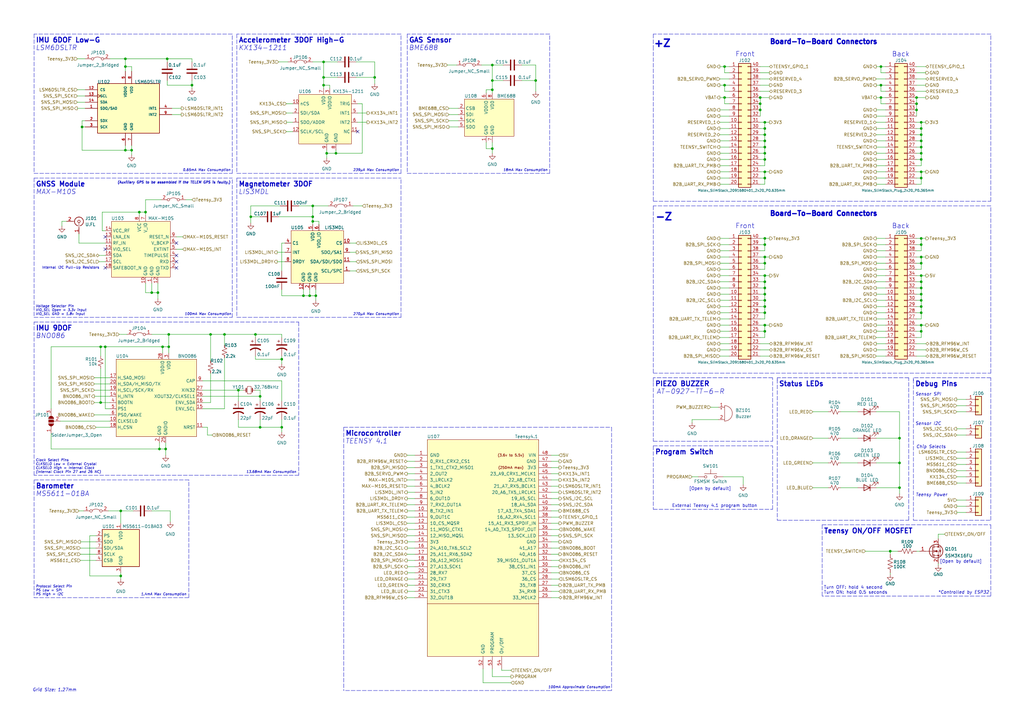
<source format=kicad_sch>
(kicad_sch (version 20211123) (generator eeschema)
  (paper "A3")
  (title_block (title "TARS MK4 Flight Computation Board") (date "2023-02-14") (rev "B") (company "Illinois Space Society") (comment 3 "Buffett Lee") (comment 4 "Contributors: Peter Giannetos, Eisha Peyyeti, Danny Guller, Rishi Patel, Siddhant Panse, "))
  (lib_symbols
    (symbol "Conn_02x20_Counter_Clockwise_1" (pin_names (offset 1.016) hide)
      (property "Reference" "J101" (at 1.27 25.4 0))
      (property "Value" "Molex_SlimStack_2091680401_2x20_P0.635mm" (at 0 -27.94 0))
      (symbol "Conn_02x20_Counter_Clockwise_1_1_1"
        (pin passive line (at -5.08 22.86 0) (length 3.81) (name "Pin_1") (number "1"))
        (pin passive line (at -5.08 0 0) (length 3.81) (name "Pin_10") (number "10"))
        (pin passive line (at -5.08 -2.54 0) (length 3.81) (name "Pin_11") (number "11"))
        (pin passive line (at -5.08 -5.08 0) (length 3.81) (name "Pin_12") (number "12"))
        (pin passive line (at -5.08 -7.62 0) (length 3.81) (name "Pin_13") (number "13"))
        (pin passive line (at -5.08 -10.16 0) (length 3.81) (name "Pin_14") (number "14"))
        (pin passive line (at -5.08 -12.7 0) (length 3.81) (name "Pin_15") (number "15"))
        (pin passive line (at -5.08 -15.24 0) (length 3.81) (name "Pin_16") (number "16"))
        (pin passive line (at -5.08 -17.78 0) (length 3.81) (name "Pin_17") (number "17"))
        (pin passive line (at -5.08 -20.32 0) (length 3.81) (name "Pin_18") (number "18"))
        (pin passive line (at -5.08 -22.86 0) (length 3.81) (name "Pin_19") (number "19"))
        (pin passive line (at -5.08 20.32 0) (length 3.81) (name "Pin_2") (number "2"))
        (pin passive line (at -5.08 -25.4 0) (length 3.81) (name "Pin_20") (number "20"))
        (pin passive line (at 7.62 -25.4 180) (length 3.81) (name "Pin_21") (number "21"))
        (pin passive line (at 7.62 -22.86 180) (length 3.81) (name "Pin_22") (number "22"))
        (pin passive line (at 7.62 -20.32 180) (length 3.81) (name "Pin_23") (number "23"))
        (pin passive line (at 7.62 -17.78 180) (length 3.81) (name "Pin_24") (number "24"))
        (pin passive line (at 7.62 -15.24 180) (length 3.81) (name "Pin_25") (number "25"))
        (pin passive line (at 7.62 -12.7 180) (length 3.81) (name "Pin_26") (number "26"))
        (pin passive line (at 7.62 -10.16 180) (length 3.81) (name "Pin_27") (number "27"))
        (pin passive line (at 7.62 -7.62 180) (length 3.81) (name "Pin_28") (number "28"))
        (pin passive line (at 7.62 -5.08 180) (length 3.81) (name "Pin_29") (number "29"))
        (pin passive line (at -5.08 17.78 0) (length 3.81) (name "Pin_3") (number "3"))
        (pin passive line (at 7.62 -2.54 180) (length 3.81) (name "Pin_30") (number "30"))
        (pin passive line (at 7.62 0 180) (length 3.81) (name "Pin_31") (number "31"))
        (pin passive line (at 7.62 2.54 180) (length 3.81) (name "Pin_32") (number "32"))
        (pin passive line (at 7.62 5.08 180) (length 3.81) (name "Pin_33") (number "33"))
        (pin passive line (at 7.62 7.62 180) (length 3.81) (name "Pin_34") (number "34"))
        (pin passive line (at 7.62 10.16 180) (length 3.81) (name "Pin_35") (number "35"))
        (pin passive line (at 7.62 12.7 180) (length 3.81) (name "Pin_36") (number "36"))
        (pin passive line (at 7.62 15.24 180) (length 3.81) (name "Pin_37") (number "37"))
        (pin passive line (at 7.62 17.78 180) (length 3.81) (name "Pin_38") (number "38"))
        (pin passive line (at 7.62 20.32 180) (length 3.81) (name "Pin_39") (number "39"))
        (pin passive line (at -5.08 15.24 0) (length 3.81) (name "Pin_4") (number "4"))
        (pin passive line (at 7.62 22.86 180) (length 3.81) (name "Pin_40") (number "40"))
        (pin passive line (at -5.08 12.7 0) (length 3.81) (name "Pin_5") (number "5"))
        (pin passive line (at -5.08 10.16 0) (length 3.81) (name "Pin_6") (number "6"))
        (pin passive line (at -5.08 7.62 0) (length 3.81) (name "Pin_7") (number "7"))
        (pin passive line (at -5.08 5.08 0) (length 3.81) (name "Pin_8") (number "8"))
        (pin passive line (at -5.08 2.54 0) (length 3.81) (name "Pin_9") (number "9"))
      )
    )
    (symbol "Connector:Conn_Coaxial" (pin_names (offset 1.016) hide)
      (property "Reference" "J" (at 0.254 3.048 0))
      (property "Value" "Conn_Coaxial" (at 2.921 0 90))
      (symbol "Conn_Coaxial_1_1"
        (pin passive line (at -5.08 0 0) (length 2.54) (name "In") (number "1"))
        (pin passive line (at 0 -5.08 90) (length 2.54) (name "Ext") (number "2"))
      )
    )
    (symbol "Connector_Generic:Conn_01x02" (pin_names (offset 1.016) hide)
      (property "Reference" "J" (at 0 2.54 0))
      (property "Value" "Conn_01x02" (at 0 -5.08 0))
      (symbol "Conn_01x02_1_1"
        (pin passive line (at -5.08 0 0) (length 3.81) (name "Pin_1") (number "1"))
        (pin passive line (at -5.08 -2.54 0) (length 3.81) (name "Pin_2") (number "2"))
      )
    )
    (symbol "Connector_Generic:Conn_01x03" (pin_names (offset 1.016) hide)
      (property "Reference" "J" (at 0 5.08 0))
      (property "Value" "Conn_01x03" (at 0 -5.08 0))
      (symbol "Conn_01x03_1_1"
        (pin passive line (at -5.08 2.54 0) (length 3.81) (name "Pin_1") (number "1"))
        (pin passive line (at -5.08 0 0) (length 3.81) (name "Pin_2") (number "2"))
        (pin passive line (at -5.08 -2.54 0) (length 3.81) (name "Pin_3") (number "3"))
      )
    )
    (symbol "Connector_Generic:Conn_01x06" (pin_names (offset 1.016) hide)
      (property "Reference" "J" (at 0 7.62 0))
      (property "Value" "Conn_01x06" (at 0 -10.16 0))
      (symbol "Conn_01x06_1_1"
        (pin passive line (at -5.08 5.08 0) (length 3.81) (name "Pin_1") (number "1"))
        (pin passive line (at -5.08 2.54 0) (length 3.81) (name "Pin_2") (number "2"))
        (pin passive line (at -5.08 0 0) (length 3.81) (name "Pin_3") (number "3"))
        (pin passive line (at -5.08 -2.54 0) (length 3.81) (name "Pin_4") (number "4"))
        (pin passive line (at -5.08 -5.08 0) (length 3.81) (name "Pin_5") (number "5"))
        (pin passive line (at -5.08 -7.62 0) (length 3.81) (name "Pin_6") (number "6"))
      )
    )
    (symbol "Connector_Generic:Conn_02x20_Counter_Clockwise" (pin_names (offset 1.016) hide)
      (property "Reference" "J" (at 1.27 25.4 0))
      (property "Value" "Conn_02x20_Counter_Clockwise" (at 1.27 -27.94 0))
      (symbol "Conn_02x20_Counter_Clockwise_1_1"
        (pin passive line (at -5.08 22.86 0) (length 3.81) (name "Pin_1") (number "1"))
        (pin passive line (at -5.08 0 0) (length 3.81) (name "Pin_10") (number "10"))
        (pin passive line (at -5.08 -2.54 0) (length 3.81) (name "Pin_11") (number "11"))
        (pin passive line (at -5.08 -5.08 0) (length 3.81) (name "Pin_12") (number "12"))
        (pin passive line (at -5.08 -7.62 0) (length 3.81) (name "Pin_13") (number "13"))
        (pin passive line (at -5.08 -10.16 0) (length 3.81) (name "Pin_14") (number "14"))
        (pin passive line (at -5.08 -12.7 0) (length 3.81) (name "Pin_15") (number "15"))
        (pin passive line (at -5.08 -15.24 0) (length 3.81) (name "Pin_16") (number "16"))
        (pin passive line (at -5.08 -17.78 0) (length 3.81) (name "Pin_17") (number "17"))
        (pin passive line (at -5.08 -20.32 0) (length 3.81) (name "Pin_18") (number "18"))
        (pin passive line (at -5.08 -22.86 0) (length 3.81) (name "Pin_19") (number "19"))
        (pin passive line (at -5.08 20.32 0) (length 3.81) (name "Pin_2") (number "2"))
        (pin passive line (at -5.08 -25.4 0) (length 3.81) (name "Pin_20") (number "20"))
        (pin passive line (at 7.62 -25.4 180) (length 3.81) (name "Pin_21") (number "21"))
        (pin passive line (at 7.62 -22.86 180) (length 3.81) (name "Pin_22") (number "22"))
        (pin passive line (at 7.62 -20.32 180) (length 3.81) (name "Pin_23") (number "23"))
        (pin passive line (at 7.62 -17.78 180) (length 3.81) (name "Pin_24") (number "24"))
        (pin passive line (at 7.62 -15.24 180) (length 3.81) (name "Pin_25") (number "25"))
        (pin passive line (at 7.62 -12.7 180) (length 3.81) (name "Pin_26") (number "26"))
        (pin passive line (at 7.62 -10.16 180) (length 3.81) (name "Pin_27") (number "27"))
        (pin passive line (at 7.62 -7.62 180) (length 3.81) (name "Pin_28") (number "28"))
        (pin passive line (at 7.62 -5.08 180) (length 3.81) (name "Pin_29") (number "29"))
        (pin passive line (at -5.08 17.78 0) (length 3.81) (name "Pin_3") (number "3"))
        (pin passive line (at 7.62 -2.54 180) (length 3.81) (name "Pin_30") (number "30"))
        (pin passive line (at 7.62 0 180) (length 3.81) (name "Pin_31") (number "31"))
        (pin passive line (at 7.62 2.54 180) (length 3.81) (name "Pin_32") (number "32"))
        (pin passive line (at 7.62 5.08 180) (length 3.81) (name "Pin_33") (number "33"))
        (pin passive line (at 7.62 7.62 180) (length 3.81) (name "Pin_34") (number "34"))
        (pin passive line (at 7.62 10.16 180) (length 3.81) (name "Pin_35") (number "35"))
        (pin passive line (at 7.62 12.7 180) (length 3.81) (name "Pin_36") (number "36"))
        (pin passive line (at 7.62 15.24 180) (length 3.81) (name "Pin_37") (number "37"))
        (pin passive line (at 7.62 17.78 180) (length 3.81) (name "Pin_38") (number "38"))
        (pin passive line (at 7.62 20.32 180) (length 3.81) (name "Pin_39") (number "39"))
        (pin passive line (at -5.08 15.24 0) (length 3.81) (name "Pin_4") (number "4"))
        (pin passive line (at 7.62 22.86 180) (length 3.81) (name "Pin_40") (number "40"))
        (pin passive line (at -5.08 12.7 0) (length 3.81) (name "Pin_5") (number "5"))
        (pin passive line (at -5.08 10.16 0) (length 3.81) (name "Pin_6") (number "6"))
        (pin passive line (at -5.08 7.62 0) (length 3.81) (name "Pin_7") (number "7"))
        (pin passive line (at -5.08 5.08 0) (length 3.81) (name "Pin_8") (number "8"))
        (pin passive line (at -5.08 2.54 0) (length 3.81) (name "Pin_9") (number "9"))
      )
    )
    (symbol "Device:Buzzer" (pin_names (offset 0.0254) hide)
      (property "Reference" "BZ" (at 3.81 1.27 0))
      (property "Value" "Buzzer" (at 3.81 -1.27 0))
      (symbol "Buzzer_1_1"
        (pin passive line (at -2.54 2.54 0) (length 2.54) (name "-") (number "1"))
        (pin passive line (at -2.54 -2.54 0) (length 2.54) (name "+") (number "2"))
      )
    )
    (symbol "Device:C" (pin_numbers hide) (pin_names (offset 0.254))
      (property "Reference" "C" (at 0.635 2.54 0))
      (property "Value" "C" (at 0.635 -2.54 0))
      (symbol "C_1_1"
        (pin passive line (at 0 3.81 270) (length 2.794) (name "~") (number "1"))
        (pin passive line (at 0 -3.81 90) (length 2.794) (name "~") (number "2"))
      )
    )
    (symbol "Device:C_Polarized_US" (pin_numbers hide) (pin_names (offset 0.254) hide)
      (property "Reference" "C" (at 0.635 2.54 0))
      (property "Value" "C_Polarized_US" (at 0.635 -2.54 0))
      (symbol "C_Polarized_US_1_1"
        (pin passive line (at 0 3.81 270) (length 2.794) (name "~") (number "1"))
        (pin passive line (at 0 -3.81 90) (length 3.302) (name "~") (number "2"))
      )
    )
    (symbol "Device:Crystal_Small" (pin_numbers hide) (pin_names (offset 1.016) hide)
      (property "Reference" "Y" (at 0 2.54 0))
      (property "Value" "Crystal_Small" (at 0 -2.54 0))
      (symbol "Crystal_Small_1_1"
        (pin passive line (at -2.54 0 0) (length 1.27) (name "1") (number "1"))
        (pin passive line (at 2.54 0 180) (length 1.27) (name "2") (number "2"))
      )
    )
    (symbol "Device:LED" (pin_numbers hide) (pin_names (offset 1.016) hide)
      (property "Reference" "D" (at 0 2.54 0))
      (property "Value" "LED" (at 0 -2.54 0))
      (symbol "LED_1_1"
        (pin passive line (at -3.81 0 0) (length 2.54) (name "K") (number "1"))
        (pin passive line (at 3.81 0 180) (length 2.54) (name "A") (number "2"))
      )
    )
    (symbol "Device:R_Small_US" (pin_numbers hide) (pin_names (offset 0.254) hide)
      (property "Reference" "R" (at 0.762 0.508 0))
      (property "Value" "R_Small_US" (at 0.762 -1.016 0))
      (symbol "R_Small_US_1_1"
        (pin passive line (at 0 2.54 270) (length 1.016) (name "~") (number "1"))
        (pin passive line (at 0 -2.54 90) (length 1.016) (name "~") (number "2"))
      )
    )
    (symbol "Device:R_US" (pin_numbers hide) (pin_names (offset 0))
      (property "Reference" "R" (at 2.54 0 90))
      (property "Value" "R_US" (at -2.54 0 90))
      (symbol "R_US_1_1"
        (pin passive line (at 0 3.81 270) (length 1.27) (name "~") (number "1"))
        (pin passive line (at 0 -3.81 90) (length 1.27) (name "~") (number "2"))
      )
    )
    (symbol "Jumper:Jumper_2_Bridged" (pin_names (offset 0) hide)
      (property "Reference" "JP" (at 0 1.905 0))
      (property "Value" "Jumper_2_Bridged" (at 0 -2.54 0))
      (symbol "Jumper_2_Bridged_1_1"
        (pin passive line (at -5.08 0 0) (length 2.54) (name "A") (number "1"))
        (pin passive line (at 5.08 0 180) (length 2.54) (name "B") (number "2"))
      )
    )
    (symbol "Jumper:SolderJumper_3_Open" (pin_names (offset 0) hide)
      (property "Reference" "JP" (at -2.54 -2.54 0))
      (property "Value" "SolderJumper_3_Open" (at 0 2.794 0))
      (symbol "SolderJumper_3_Open_1_1"
        (pin passive line (at -5.08 0 0) (length 2.54) (name "A") (number "1"))
        (pin input line (at 0 -3.81 90) (length 2.54) (name "C") (number "2"))
        (pin passive line (at 5.08 0 180) (length 2.54) (name "B") (number "3"))
      )
    )
    (symbol "MCU_Teensy:Teensy4.1" (pin_names (offset 1.016))
      (property "Reference" "U108" (at -20.32 62.23 0))
      (property "Value" "Teensy4.1" (at 17.78 62.23 0))
      (symbol "Teensy4.1_0_0"
        (text "(250mA max)" (at 11.43 49.53 0) (effects (font (size 1.016 1.016))))
        (text "(3.6v to 5.5v)" (at 11.43 54.61 0) (effects (font (size 1.016 1.016))))
        (pin bidirectional line (at -27.94 31.75 0) (length 5.08) (name "8_TX2_IN1") (number "10"))
        (pin bidirectional line (at -27.94 29.21 0) (length 5.08) (name "9_OUT1C") (number "11"))
        (pin bidirectional line (at -27.94 26.67 0) (length 5.08) (name "10_CS_MQSR") (number "12"))
        (pin bidirectional line (at -27.94 24.13 0) (length 5.08) (name "11_MOSI_CTX1") (number "13"))
        (pin bidirectional line (at -27.94 21.59 0) (length 5.08) (name "12_MISO_MQSL") (number "14"))
        (pin power_in line (at -27.94 19.05 0) (length 5.08) (name "3V3") (number "15"))
        (pin bidirectional line (at -27.94 16.51 0) (length 5.08) (name "24_A10_TX6_SCL2") (number "16"))
        (pin bidirectional line (at -27.94 13.97 0) (length 5.08) (name "25_A11_RX6_SDA2") (number "17"))
        (pin bidirectional line (at -27.94 11.43 0) (length 5.08) (name "26_A12_MOSI1") (number "18"))
        (pin bidirectional line (at -27.94 8.89 0) (length 5.08) (name "27_A13_SCK1") (number "19"))
        (pin bidirectional line (at -27.94 6.35 0) (length 5.08) (name "28_RX7") (number "20"))
        (pin bidirectional line (at -27.94 3.81 0) (length 5.08) (name "29_TX7") (number "21"))
        (pin bidirectional line (at -27.94 1.27 0) (length 5.08) (name "30_CRX3") (number "22"))
        (pin bidirectional line (at -27.94 -1.27 0) (length 5.08) (name "31_CTX3") (number "23"))
        (pin bidirectional line (at -27.94 -3.81 0) (length 5.08) (name "32_OUT1B") (number "24"))
        (pin bidirectional line (at 27.94 -3.81 180) (length 5.08) (name "33_MCLK2") (number "25"))
        (pin bidirectional line (at 27.94 -1.27 180) (length 5.08) (name "34_RX8") (number "26"))
        (pin bidirectional line (at 27.94 1.27 180) (length 5.08) (name "35_TX8") (number "27"))
        (pin bidirectional line (at 27.94 3.81 180) (length 5.08) (name "36_CS") (number "28"))
        (pin bidirectional line (at 27.94 6.35 180) (length 5.08) (name "37_CS") (number "29"))
        (pin bidirectional line (at 27.94 8.89 180) (length 5.08) (name "38_CS1_IN1") (number "30"))
        (pin bidirectional line (at 27.94 11.43 180) (length 5.08) (name "39_MISO1_OUT1A") (number "31"))
        (pin bidirectional line (at 27.94 13.97 180) (length 5.08) (name "40_A16") (number "32"))
        (pin bidirectional line (at 27.94 16.51 180) (length 5.08) (name "41_A17") (number "33"))
        (pin bidirectional line (at 27.94 21.59 180) (length 5.08) (name "13_SCK_LED") (number "35"))
        (pin bidirectional line (at 27.94 24.13 180) (length 5.08) (name "14_A0_TX3_SPDIF_OUT") (number "36"))
        (pin bidirectional line (at 27.94 26.67 180) (length 5.08) (name "15_A1_RX3_SPDIF_IN") (number "37"))
        (pin bidirectional line (at 27.94 29.21 180) (length 5.08) (name "16_A2_RX4_SCL1") (number "38"))
        (pin bidirectional line (at 27.94 31.75 180) (length 5.08) (name "17_A3_TX4_SDA1") (number "39"))
        (pin bidirectional line (at 27.94 34.29 180) (length 5.08) (name "18_A4_SDA") (number "40"))
        (pin bidirectional line (at 27.94 36.83 180) (length 5.08) (name "19_A5_SCL") (number "41"))
        (pin bidirectional line (at 27.94 39.37 180) (length 5.08) (name "20_A6_TX5_LRCLK1") (number "42"))
        (pin bidirectional line (at 27.94 41.91 180) (length 5.08) (name "21_A7_RX5_BCLK1") (number "43"))
        (pin bidirectional line (at 27.94 44.45 180) (length 5.08) (name "22_A8_CTX1") (number "44"))
        (pin bidirectional line (at 27.94 46.99 180) (length 5.08) (name "23_A9_CRX1_MCLK1") (number "45"))
        (pin power_in line (at 27.94 49.53 180) (length 5.08) (name "3V3") (number "46"))
        (pin power_in line (at 27.94 52.07 180) (length 5.08) (name "GND") (number "47"))
        (pin power_in line (at 27.94 54.61 180) (length 5.08) (name "VIN") (number "48"))
        (pin bidirectional line (at -27.94 44.45 0) (length 5.08) (name "3_LRCLK2") (number "5"))
        (pin power_out line (at 0 -33.02 90) (length 5.08) (name "GND") (number "52"))
        (pin input line (at 3.81 -33.02 90) (length 5.08) (name "PROGRAM") (number "53"))
        (pin bidirectional line (at 7.62 -33.02 90) (length 5.08) (name "On/Off") (number "54"))
        (pin bidirectional line (at -27.94 41.91 0) (length 5.08) (name "4_BCLK2") (number "6"))
        (pin bidirectional line (at -27.94 39.37 0) (length 5.08) (name "5_IN2") (number "7"))
        (pin bidirectional line (at -27.94 36.83 0) (length 5.08) (name "6_OUT1D") (number "8"))
        (pin bidirectional line (at -27.94 34.29 0) (length 5.08) (name "7_RX2_OUT1A") (number "9"))
      )
      (symbol "Teensy4.1_1_1"
        (pin power_in line (at -27.94 54.61 0) (length 5.08) (name "GND") (number "1"))
        (pin bidirectional line (at -27.94 52.07 0) (length 5.08) (name "0_RX1_CRX2_CS1") (number "2"))
        (pin bidirectional line (at -27.94 49.53 0) (length 5.08) (name "1_TX1_CTX2_MISO1") (number "3"))
        (pin power_in line (at 27.94 19.05 180) (length 5.08) (name "GND") (number "34"))
        (pin bidirectional line (at -27.94 46.99 0) (length 5.08) (name "2_OUT2") (number "4"))
      )
    )
    (symbol "RF_GPS_uBlox:MAX-M10S"
      (property "Reference" "U" (at -12.7 12.7 0))
      (property "Value" "MAX-M10S" (at 7.62 12.7 0))
      (symbol "MAX-M10S_1_1"
        (pin power_out line (at 3.81 -13.97 90) (length 2.54) (name "GND") (number "1"))
        (pin power_out line (at 1.27 -13.97 90) (length 2.54) (name "GND") (number "10"))
        (pin input line (at -15.24 2.54 0) (length 2.54) (name "RF_IN") (number "11"))
        (pin power_out line (at 6.35 -13.97 90) (length 2.54) (name "GND") (number "12"))
        (pin unspecified line (at -15.24 5.08 0) (length 2.54) (name "LNA_EN") (number "13"))
        (pin unspecified line (at -15.24 7.62 0) (length 2.54) (name "VCC_RF") (number "14"))
        (pin unspecified line (at -15.24 0 0) (length 2.54) (name "VIO_SEL") (number "15"))
        (pin bidirectional line (at -15.24 -2.54 0) (length 2.54) (name "SDA") (number "16"))
        (pin input line (at -15.24 -5.08 0) (length 2.54) (name "SCL") (number "17"))
        (pin unspecified line (at -15.24 -7.62 0) (length 2.54) (name "SAFEBOOT_N") (number "18"))
        (pin output line (at 13.97 -7.62 180) (length 2.54) (name "TXD") (number "2"))
        (pin input line (at 13.97 -5.08 180) (length 2.54) (name "RXD") (number "3"))
        (pin unspecified line (at 13.97 -2.54 180) (length 2.54) (name "TIMEPULSE") (number "4"))
        (pin input line (at 13.97 0 180) (length 2.54) (name "EXTINT") (number "5"))
        (pin power_in line (at 13.97 2.54 180) (length 2.54) (name "V_BCKP") (number "6"))
        (pin power_in line (at 1.27 13.97 270) (length 2.54) (name "V_IO") (number "7"))
        (pin power_in line (at -1.27 13.97 270) (length 2.54) (name "VCC") (number "8"))
        (pin input line (at 13.97 5.08 180) (length 2.54) (name "RESET_N") (number "9"))
      )
    )
    (symbol "Sensor_Environmental:BME688"
      (property "Reference" "U" (at -10.16 8.89 0))
      (property "Value" "BME688" (at 7.62 8.89 0))
      (symbol "BME688_0_0"
        (pin power_in line (at -1.27 -10.16 90) (length 2.54) (name "GND") (number "1"))
        (pin input line (at -12.7 3.81 0) (length 2.54) (name "CSB") (number "2"))
        (pin bidirectional line (at -12.7 1.27 0) (length 2.54) (name "SDI") (number "3"))
        (pin input line (at -12.7 -1.27 0) (length 2.54) (name "SCK") (number "4"))
        (pin output line (at -12.7 -3.81 0) (length 2.54) (name "SDO") (number "5"))
        (pin power_in line (at -1.27 10.16 270) (length 2.54) (name "VDDIO") (number "6"))
        (pin power_in line (at 1.27 -10.16 90) (length 2.54) (name "GND") (number "7"))
        (pin power_in line (at 1.27 10.16 270) (length 2.54) (name "VDD") (number "8"))
      )
    )
    (symbol "Sensor_Pressure:MS5611-01BA"
      (property "Reference" "U" (at -6.35 8.89 0))
      (property "Value" "MS5611-01BA" (at 7.62 8.89 0))
      (symbol "MS5611-01BA_1_1"
        (pin power_in line (at 0 10.16 270) (length 2.54) (name "VDD") (number "1"))
        (pin input line (at -10.16 5.08 0) (length 2.54) (name "PS") (number "2"))
        (pin power_in line (at 0 -10.16 90) (length 2.54) (name "GND") (number "3"))
        (pin input line (at -10.16 -5.08 0) (length 2.54) (name "CSB") (number "4"))
        (pin input line (at -10.16 -5.08 0) (length 2.54) hide (name "CSB") (number "5"))
        (pin output line (at -10.16 2.54 0) (length 2.54) (name "SDO") (number "6"))
        (pin bidirectional line (at -10.16 0 0) (length 2.54) (name "SDI/SDA") (number "7"))
        (pin input line (at -10.16 -2.54 0) (length 2.54) (name "SCLK") (number "8"))
      )
    )
    (symbol "Sensors_Motion_CEVA:BNO086"
      (property "Reference" "U" (at -14.605 15.875 0))
      (property "Value" "BNO086" (at 13.97 15.875 0))
      (symbol "BNO086_1_1"
        (pin input line (at -17.78 -10.795 0) (length 2.54) (name "CLKSEL0") (number "10"))
        (pin input line (at 20.32 -13.335 180) (length 2.54) (name "NRST") (number "11"))
        (pin output line (at -17.78 -0.635 0) (length 2.54) (name "H_INTN") (number "14"))
        (pin bidirectional line (at 20.32 -5.715 180) (length 2.54) (name "ENV_SCL") (number "15"))
        (pin bidirectional line (at 20.32 -3.175 180) (length 2.54) (name "ENV_SDA") (number "16"))
        (pin input line (at -17.78 6.985 0) (length 2.54) (name "H_SA0_MOSI") (number "17"))
        (pin input line (at -17.78 -13.335 0) (length 2.54) (name "H_CSN") (number "18"))
        (pin bidirectional line (at -17.78 1.905 0) (length 2.54) (name "H_SCL/SCK/RX") (number "19"))
        (pin power_in line (at 2.54 -19.685 90) (length 2.54) (name "GND") (number "2"))
        (pin bidirectional line (at -17.78 4.445 0) (length 2.54) (name "H_SDA/H_MISO/TX") (number "20"))
        (pin power_in line (at 5.08 -19.685 90) (length 2.54) (name "GNDIO") (number "25"))
        (pin output line (at 20.32 -0.635 180) (length 2.54) (name "XOUT32/CLKSEL1") (number "26"))
        (pin input line (at 20.32 1.905 180) (length 2.54) (name "XIN32") (number "27"))
        (pin power_in line (at 3.81 17.145 270) (length 2.54) (name "VDDIO") (number "28"))
        (pin power_in line (at 6.35 17.145 270) (length 2.54) (name "VDD") (number "3"))
        (pin input line (at -17.78 -3.175 0) (length 2.54) (name "BOOTN") (number "4"))
        (pin input line (at -17.78 -5.715 0) (length 2.54) (name "PS1") (number "5"))
        (pin input line (at -17.78 -8.255 0) (length 2.54) (name "PS0/WAKE") (number "6"))
        (pin passive line (at 20.32 5.715 180) (length 2.54) (name "CAP") (number "9"))
      )
    )
    (symbol "Sensors_Motion_Kionix:KX134-1211"
      (property "Reference" "U" (at -11.43 11.43 0))
      (property "Value" "KX134-1211" (at 8.89 11.43 0))
      (symbol "KX134-1211_0_0"
        (text "" (at -12.7 2.54 0) (effects (font (size 1.27 1.27))))
      )
      (symbol "KX134-1211_1_1"
        (pin bidirectional line (at -13.97 -1.27 0) (length 2.54) (name "SDO/ADDR") (number "1"))
        (pin input line (at -13.97 6.35 0) (length 2.54) (name "nCS") (number "10"))
        (pin unspecified line (at 12.7 -5.08 180) (length 2.54) (name "NC") (number "11"))
        (pin input line (at -13.97 -5.08 0) (length 2.54) (name "SCLK/SCL") (number "12"))
        (pin bidirectional line (at -13.97 2.54 0) (length 2.54) (name "SDI/SDA") (number "2"))
        (pin power_in line (at 1.27 12.7 270) (length 2.54) (name "VDDIO") (number "3"))
        (pin input line (at 12.7 6.35 180) (length 2.54) (name "TRIG") (number "4"))
        (pin output line (at 12.7 2.54 180) (length 2.54) (name "INT1") (number "5"))
        (pin output line (at 12.7 -1.27 180) (length 2.54) (name "INT2") (number "6"))
        (pin power_in line (at -1.27 12.7 270) (length 2.54) (name "VDD") (number "7"))
        (pin power_in line (at 3.81 -12.7 90) (length 2.54) (name "GND") (number "8"))
        (pin power_in line (at 0 -12.7 90) (length 2.54) (name "GND") (number "9"))
      )
    )
    (symbol "Sensors_Motion_STM:LIS3MDL"
      (property "Reference" "U" (at -10.16 11.43 0))
      (property "Value" "LIS3MDL" (at 7.62 11.43 0))
      (symbol "LIS3MDL_1_1"
        (pin input line (at 13.97 -6.35 180) (length 2.54) (name "SCL/SPC") (number "1"))
        (pin input line (at 13.97 5.08 180) (length 2.54) (name "CS") (number "10"))
        (pin input line (at 13.97 -2.54 180) (length 2.54) (name "SDA/SDI/SDO") (number "11"))
        (pin power_in line (at -5.08 -13.97 90) (length 2.54) (name "GND") (number "12"))
        (pin power_in line (at -2.54 -13.97 90) (length 2.54) (name "GND") (number "2"))
        (pin power_in line (at 0 -13.97 90) (length 2.54) (name "GND") (number "3"))
        (pin input line (at -12.7 5.08 0) (length 2.54) (name "C1") (number "4"))
        (pin power_in line (at -1.27 12.7 270) (length 2.54) (name "VDD") (number "5"))
        (pin power_in line (at 1.27 12.7 270) (length 2.54) (name "VDD_IO") (number "6"))
        (pin output line (at -12.7 1.27 0) (length 2.54) (name "INT") (number "7"))
        (pin output line (at -12.7 -2.54 0) (length 2.54) (name "DRDY") (number "8"))
        (pin output line (at 13.97 1.27 180) (length 2.54) (name "SDO/SA1") (number "9"))
      )
    )
    (symbol "Sensors_Motion_STM:LSM6DSLTR" (pin_names (offset 1.016))
      (property "Reference" "U" (at -12.7187 10.6837 0))
      (property "Value" "LSM6DSLTR" (at 3.81 10.16 0))
      (symbol "LSM6DSLTR_0_0"
        (pin bidirectional line (at -17.78 0 0) (length 5.08) (name "SDO/SA0") (number "1"))
        (pin input line (at -17.78 7.62 0) (length 5.08) (name "CS") (number "12"))
        (pin input clock (at -17.78 5.08 0) (length 5.08) (name "SCL") (number "13"))
        (pin bidirectional line (at -17.78 2.54 0) (length 5.08) (name "SDA") (number "14"))
        (pin bidirectional line (at -17.78 -5.08 0) (length 5.08) (name "SDX") (number "2"))
        (pin bidirectional line (at -17.78 -7.62 0) (length 5.08) (name "SCX") (number "3"))
        (pin output line (at 17.78 0 180) (length 5.08) (name "INT1") (number "4"))
        (pin power_in line (at -1.27 15.24 270) (length 5.08) (name "VDDIO") (number "5"))
        (pin power_in line (at -1.27 -15.24 90) (length 5.08) (name "GND") (number "6"))
        (pin power_in line (at 1.27 -15.24 90) (length 5.08) (name "GND") (number "7"))
        (pin power_in line (at 1.27 15.24 270) (length 5.08) (name "VDD") (number "8"))
        (pin output line (at 17.78 -2.54 180) (length 5.08) (name "INT2") (number "9"))
      )
    )
    (symbol "Switch:SW_Push" (pin_numbers hide) (pin_names (offset 1.016) hide)
      (property "Reference" "SW" (at 1.27 2.54 0))
      (property "Value" "SW_Push" (at 0 -1.524 0))
      (symbol "SW_Push_0_1"
        (pin passive line (at -5.08 0 0) (length 2.54) (name "1") (number "1"))
        (pin passive line (at 5.08 0 180) (length 2.54) (name "2") (number "2"))
      )
    )
    (symbol "Transistor_FET:BSS123" (pin_names hide)
      (property "Reference" "Q" (at 5.08 1.905 0))
      (property "Value" "BSS123" (at 5.08 0 0))
      (symbol "BSS123_1_1"
        (pin input line (at -5.08 0 0) (length 2.54) (name "G") (number "1"))
        (pin passive line (at 2.54 -5.08 90) (length 2.54) (name "S") (number "2"))
        (pin passive line (at 2.54 5.08 270) (length 2.54) (name "D") (number "3"))
      )
    )
    (symbol "power:GND" (power) (pin_names (offset 0))
      (property "Value" "GND" (at 0 -3.81 0))
      (symbol "GND_1_1"
        (pin power_in line (at 0 0 270) (length 0) hide (name "GND") (number "1"))
      )
    )
  )
  (junction (at 377.825 57.785))
  (junction (at 361.315 27.305))
  (junction (at 311.785 45.085))
  (junction (at 49.53 236.22))
  (junction (at 128.27 90.805))
  (junction (at 368.935 179.705))
  (junction (at 313.69 118.11))
  (junction (at 377.825 100.33))
  (junction (at 377.825 128.27))
  (junction (at 377.825 120.65))
  (junction (at 297.18 34.925))
  (junction (at 313.69 125.73))
  (junction (at 368.935 189.865))
  (junction (at 41.275 165.1))
  (junction (at 377.825 50.165))
  (junction (at 377.825 125.73))
  (junction (at 313.69 57.785))
  (junction (at 313.69 62.865))
  (junction (at 377.825 55.245))
  (junction (at 375.92 45.085))
  (junction (at 377.825 133.35))
  (junction (at 132.715 31.75))
  (junction (at 51.435 24.13))
  (junction (at 201.93 36.83))
  (junction (at 124.46 121.285))
  (junction (at 115.57 147.32))
  (junction (at 377.825 105.41))
  (junction (at 69.215 137.16))
  (junction (at 377.825 107.95))
  (junction (at 313.69 55.245))
  (junction (at 377.825 115.57))
  (junction (at 57.15 86.995))
  (junction (at 313.69 135.89))
  (junction (at 377.825 62.865))
  (junction (at 365.125 226.06))
  (junction (at 51.435 27.305))
  (junction (at 128.27 88.9))
  (junction (at 377.825 123.19))
  (junction (at 65.405 184.15))
  (junction (at 53.975 61.595))
  (junction (at 66.675 142.24))
  (junction (at 377.825 65.405))
  (junction (at 313.69 52.705))
  (junction (at 68.58 24.13))
  (junction (at 49.53 209.55))
  (junction (at 127 121.285))
  (junction (at 137.795 62.865))
  (junction (at 313.69 105.41))
  (junction (at 67.945 184.15))
  (junction (at 377.825 52.705))
  (junction (at 69.215 142.24))
  (junction (at 92.075 137.16))
  (junction (at 59.69 86.995))
  (junction (at 375.92 40.005))
  (junction (at 313.69 65.405))
  (junction (at 377.825 118.11))
  (junction (at 377.825 60.325))
  (junction (at 313.69 60.325))
  (junction (at 129.54 121.285))
  (junction (at 201.93 33.02))
  (junction (at 311.785 40.005))
  (junction (at 313.69 50.165))
  (junction (at 313.69 115.57))
  (junction (at 361.315 34.925))
  (junction (at 313.69 100.33))
  (junction (at 133.985 62.865))
  (junction (at 313.69 73.025))
  (junction (at 78.74 34.925))
  (junction (at 313.69 123.19))
  (junction (at 51.435 61.595))
  (junction (at 377.825 73.025))
  (junction (at 377.825 135.89))
  (junction (at 297.18 27.305))
  (junction (at 311.785 42.545))
  (junction (at 62.23 120.015))
  (junction (at 313.69 70.485))
  (junction (at 106.68 175.26))
  (junction (at 377.825 97.79))
  (junction (at 97.79 160.02))
  (junction (at 368.935 200.025))
  (junction (at 313.69 120.65))
  (junction (at 153.67 31.75))
  (junction (at 361.315 40.005))
  (junction (at 377.825 70.485))
  (junction (at 41.275 142.24))
  (junction (at 375.92 42.545))
  (junction (at 128.27 84.455))
  (junction (at 201.93 60.96))
  (junction (at 86.36 137.16))
  (junction (at 219.71 33.02))
  (junction (at 106.68 162.56))
  (junction (at 64.77 120.015))
  (junction (at 33.655 52.07))
  (junction (at 115.57 175.26))
  (junction (at 313.69 128.27))
  (junction (at 377.825 113.03))
  (junction (at 104.775 137.16))
  (junction (at 132.715 34.925))
  (junction (at 43.18 142.24))
  (junction (at 201.93 26.67))
  (junction (at 313.69 97.79))
  (junction (at 313.69 113.03))
  (junction (at 132.715 25.4))
  (junction (at 102.87 88.9))
  (junction (at 313.69 133.35))
  (junction (at 313.69 107.95))
  (junction (at 297.18 40.005))
  (no_connect (at 72.39 109.855))
  (no_connect (at 72.39 107.315))
  (no_connect (at 43.18 109.855))
  (no_connect (at 43.18 102.235))
  (no_connect (at 72.39 99.695))
  (no_connect (at 72.39 104.775))
  (no_connect (at 146.685 53.975))
  (no_connect (at 43.18 97.155))
  (wire (pts (xy 20.955 142.24) (xy 20.955 167.64)))
  (wire (pts (xy 33.655 49.53) (xy 33.655 52.07)))
  (wire (pts (xy 377.825 52.705) (xy 377.825 55.245)))
  (wire (pts (xy 113.665 103.505) (xy 116.84 103.505)))
  (polyline (pts (xy 372.745 213.36) (xy 372.745 154.94)))
  (wire (pts (xy 201.93 60.96) (xy 201.93 62.865)))
  (wire (pts (xy 365.125 234.95) (xy 365.125 235.585)))
  (wire (pts (xy 199.39 36.83) (xy 201.93 36.83)))
  (wire (pts (xy 359.41 102.87) (xy 363.22 102.87)))
  (wire (pts (xy 104.775 147.32) (xy 104.775 146.05)))
  (wire (pts (xy 33.02 227.33) (xy 39.37 227.33)))
  (wire (pts (xy 375.92 37.465) (xy 379.73 37.465)))
  (wire (pts (xy 167.005 242.57) (xy 170.18 242.57)))
  (wire (pts (xy 313.69 65.405) (xy 311.785 65.405)))
  (wire (pts (xy 102.87 88.9) (xy 106.68 88.9)))
  (wire (pts (xy 313.69 128.27) (xy 311.785 128.27)))
  (wire (pts (xy 114.3 88.9) (xy 128.27 88.9)))
  (wire (pts (xy 313.69 97.79) (xy 311.785 97.79)))
  (wire (pts (xy 361.315 27.305) (xy 361.315 29.845)))
  (wire (pts (xy 359.41 120.65) (xy 363.22 120.65)))
  (wire (pts (xy 377.825 73.025) (xy 375.92 73.025)))
  (wire (pts (xy 311.785 42.545) (xy 311.785 45.085)))
  (wire (pts (xy 59.69 116.205) (xy 59.69 120.015)))
  (wire (pts (xy 313.69 107.95) (xy 313.69 110.49)))
  (wire (pts (xy 333.375 189.865) (xy 339.725 189.865)))
  (wire (pts (xy 83.185 175.26) (xy 85.09 175.26)))
  (wire (pts (xy 359.41 65.405) (xy 363.22 65.405)))
  (wire (pts (xy 313.69 118.11) (xy 313.69 120.65)))
  (wire (pts (xy 295.275 107.95) (xy 299.085 107.95)))
  (polyline (pts (xy 267.97 13.97) (xy 267.97 19.05)))
  (polyline (pts (xy 122.555 132.08) (xy 122.555 194.945)))
  (wire (pts (xy 41.275 165.1) (xy 45.085 165.1)))
  (wire (pts (xy 297.18 42.545) (xy 297.18 40.005)))
  (wire (pts (xy 377.825 75.565) (xy 375.92 75.565)))
  (wire (pts (xy 295.275 118.11) (xy 299.085 118.11)))
  (wire (pts (xy 229.235 242.57) (xy 226.06 242.57)))
  (wire (pts (xy 375.92 29.845) (xy 379.73 29.845)))
  (wire (pts (xy 313.69 60.325) (xy 313.69 62.865)))
  (wire (pts (xy 31.75 41.91) (xy 34.925 41.91)))
  (wire (pts (xy 69.215 137.16) (xy 69.215 142.24)))
  (wire (pts (xy 167.005 229.87) (xy 170.18 229.87)))
  (wire (pts (xy 295.275 65.405) (xy 299.085 65.405)))
  (wire (pts (xy 198.12 280.035) (xy 209.55 280.035)))
  (wire (pts (xy 148.59 42.545) (xy 148.59 62.865)))
  (wire (pts (xy 377.825 115.57) (xy 377.825 118.11)))
  (wire (pts (xy 297.18 37.465) (xy 299.085 37.465)))
  (wire (pts (xy 122.555 84.455) (xy 128.27 84.455)))
  (wire (pts (xy 311.785 146.05) (xy 315.595 146.05)))
  (polyline (pts (xy 406.4 153.035) (xy 406.4 84.455)))
  (wire (pts (xy 51.435 27.305) (xy 53.975 27.305)))
  (wire (pts (xy 313.69 130.81) (xy 311.785 130.81)))
  (polyline (pts (xy 267.97 180.975) (xy 316.865 180.975)))
  (wire (pts (xy 41.91 94.615) (xy 41.91 86.995)))
  (wire (pts (xy 313.69 120.65) (xy 313.69 123.19)))
  (polyline (pts (xy 225.425 71.12) (xy 225.425 13.97)))
  (wire (pts (xy 363.22 42.545) (xy 361.315 42.545)))
  (wire (pts (xy 229.235 217.17) (xy 226.06 217.17)))
  (wire (pts (xy 66.675 142.24) (xy 66.675 144.78)))
  (wire (pts (xy 38.735 157.48) (xy 45.085 157.48)))
  (wire (pts (xy 377.825 97.79) (xy 375.92 97.79)))
  (wire (pts (xy 311.785 40.005) (xy 315.595 40.005)))
  (wire (pts (xy 115.57 99.695) (xy 115.57 111.125)))
  (wire (pts (xy 295.275 130.81) (xy 299.085 130.81)))
  (wire (pts (xy 377.825 113.03) (xy 377.825 115.57)))
  (wire (pts (xy 361.315 29.845) (xy 363.22 29.845)))
  (wire (pts (xy 115.57 149.225) (xy 115.57 147.32)))
  (wire (pts (xy 167.005 222.25) (xy 170.18 222.25)))
  (wire (pts (xy 128.27 84.455) (xy 128.27 88.9)))
  (wire (pts (xy 359.41 200.025) (xy 368.935 200.025)))
  (wire (pts (xy 377.825 125.73) (xy 377.825 128.27)))
  (wire (pts (xy 313.69 115.57) (xy 311.785 115.57)))
  (wire (pts (xy 333.375 200.025) (xy 339.725 200.025)))
  (wire (pts (xy 104.775 137.16) (xy 104.775 138.43)))
  (wire (pts (xy 213.995 26.67) (xy 219.71 26.67)))
  (wire (pts (xy 311.785 140.97) (xy 315.595 140.97)))
  (wire (pts (xy 283.845 195.58) (xy 286.385 195.58)))
  (polyline (pts (xy 13.97 73.025) (xy 95.25 73.025)))
  (wire (pts (xy 229.235 232.41) (xy 226.06 232.41)))
  (polyline (pts (xy 95.25 13.97) (xy 13.97 13.97)))
  (wire (pts (xy 229.235 214.63) (xy 226.06 214.63)))
  (polyline (pts (xy 250.825 175.26) (xy 250.825 283.21)))
  (wire (pts (xy 106.68 164.465) (xy 106.68 162.56)))
  (polyline (pts (xy 374.65 213.36) (xy 406.4 213.36)))
  (wire (pts (xy 377.825 70.485) (xy 379.73 70.485)))
  (wire (pts (xy 132.715 31.75) (xy 132.715 25.4)))
  (wire (pts (xy 153.67 31.75) (xy 153.67 34.29)))
  (wire (pts (xy 59.69 120.015) (xy 62.23 120.015)))
  (wire (pts (xy 62.23 209.55) (xy 69.85 209.55)))
  (wire (pts (xy 106.68 172.085) (xy 106.68 175.26)))
  (wire (pts (xy 377.825 115.57) (xy 375.92 115.57)))
  (wire (pts (xy 39.37 175.26) (xy 45.085 175.26)))
  (polyline (pts (xy 267.97 156.845) (xy 267.97 180.975)))
  (wire (pts (xy 295.275 123.19) (xy 299.085 123.19)))
  (wire (pts (xy 137.795 61.595) (xy 137.795 62.865)))
  (polyline (pts (xy 164.465 13.97) (xy 97.155 13.97)))
  (wire (pts (xy 72.39 102.235) (xy 74.93 102.235)))
  (polyline (pts (xy 13.97 194.945) (xy 13.97 132.08)))
  (polyline (pts (xy 267.97 208.915) (xy 316.865 208.915)))
  (wire (pts (xy 115.57 175.26) (xy 115.57 177.165)))
  (wire (pts (xy 68.58 34.925) (xy 78.74 34.925)))
  (wire (pts (xy 377.825 128.27) (xy 375.92 128.27)))
  (wire (pts (xy 313.69 105.41) (xy 315.595 105.41)))
  (wire (pts (xy 39.37 219.71) (xy 36.83 219.71)))
  (polyline (pts (xy 267.97 182.88) (xy 316.865 182.88)))
  (wire (pts (xy 201.93 60.96) (xy 201.93 58.42)))
  (polyline (pts (xy 267.97 182.88) (xy 267.97 208.915)))
  (wire (pts (xy 377.825 125.73) (xy 375.92 125.73)))
  (wire (pts (xy 86.36 153.035) (xy 86.36 165.1)))
  (wire (pts (xy 295.275 40.005) (xy 297.18 40.005)))
  (wire (pts (xy 297.18 40.005) (xy 299.085 40.005)))
  (wire (pts (xy 146.05 31.75) (xy 153.67 31.75)))
  (wire (pts (xy 229.235 189.23) (xy 226.06 189.23)))
  (wire (pts (xy 297.18 29.845) (xy 299.085 29.845)))
  (wire (pts (xy 313.69 135.89) (xy 313.69 138.43)))
  (wire (pts (xy 117.475 50.165) (xy 120.015 50.165)))
  (wire (pts (xy 53.975 59.69) (xy 53.975 61.595)))
  (polyline (pts (xy 267.97 89.535) (xy 267.97 153.035)))
  (wire (pts (xy 184.15 49.53) (xy 187.96 49.53)))
  (wire (pts (xy 361.315 34.925) (xy 361.315 37.465)))
  (wire (pts (xy 146.05 107.315) (xy 143.51 107.315)))
  (wire (pts (xy 375.92 27.305) (xy 379.73 27.305)))
  (wire (pts (xy 115.57 138.43) (xy 115.57 137.16)))
  (wire (pts (xy 359.41 123.19) (xy 363.22 123.19)))
  (wire (pts (xy 201.93 33.02) (xy 201.93 36.83)))
  (wire (pts (xy 377.825 105.41) (xy 379.73 105.41)))
  (wire (pts (xy 311.785 32.385) (xy 315.595 32.385)))
  (wire (pts (xy 359.41 105.41) (xy 363.22 105.41)))
  (wire (pts (xy 313.69 100.33) (xy 313.69 102.87)))
  (wire (pts (xy 133.985 62.865) (xy 133.985 64.77)))
  (wire (pts (xy 167.005 212.09) (xy 170.18 212.09)))
  (wire (pts (xy 377.825 138.43) (xy 375.92 138.43)))
  (wire (pts (xy 128.27 88.9) (xy 128.27 90.805)))
  (polyline (pts (xy 267.97 84.455) (xy 267.97 89.535)))
  (wire (pts (xy 313.69 115.57) (xy 313.69 118.11)))
  (wire (pts (xy 67.945 181.61) (xy 67.945 184.15)))
  (polyline (pts (xy 406.4 13.97) (xy 267.97 13.97)))
  (wire (pts (xy 67.945 184.15) (xy 67.945 186.69)))
  (wire (pts (xy 311.785 29.845) (xy 315.595 29.845)))
  (wire (pts (xy 167.005 196.85) (xy 170.18 196.85)))
  (wire (pts (xy 132.715 31.75) (xy 132.715 34.925)))
  (polyline (pts (xy 406.4 82.55) (xy 406.4 13.97)))
  (wire (pts (xy 344.805 200.025) (xy 351.79 200.025)))
  (wire (pts (xy 41.91 94.615) (xy 43.18 94.615)))
  (wire (pts (xy 313.69 135.89) (xy 311.785 135.89)))
  (wire (pts (xy 299.085 27.305) (xy 297.18 27.305)))
  (wire (pts (xy 295.275 113.03) (xy 299.085 113.03)))
  (wire (pts (xy 229.235 212.09) (xy 226.06 212.09)))
  (wire (pts (xy 377.825 110.49) (xy 375.92 110.49)))
  (wire (pts (xy 313.69 125.73) (xy 313.69 128.27)))
  (wire (pts (xy 359.41 27.305) (xy 361.315 27.305)))
  (wire (pts (xy 97.79 172.085) (xy 97.79 175.26)))
  (wire (pts (xy 359.41 133.35) (xy 363.22 133.35)))
  (wire (pts (xy 313.69 102.87) (xy 311.785 102.87)))
  (wire (pts (xy 392.557 198.12) (xy 396.24 198.12)))
  (wire (pts (xy 69.85 209.55) (xy 69.85 213.995)))
  (wire (pts (xy 359.41 118.11) (xy 363.22 118.11)))
  (polyline (pts (xy 406.4 84.455) (xy 267.97 84.455)))
  (wire (pts (xy 67.945 184.15) (xy 65.405 184.15)))
  (wire (pts (xy 311.785 27.305) (xy 315.595 27.305)))
  (wire (pts (xy 359.41 45.085) (xy 363.22 45.085)))
  (wire (pts (xy 78.74 36.195) (xy 78.74 34.925)))
  (wire (pts (xy 201.93 33.02) (xy 201.93 26.67)))
  (wire (pts (xy 359.41 115.57) (xy 363.22 115.57)))
  (wire (pts (xy 213.995 33.02) (xy 219.71 33.02)))
  (polyline (pts (xy 13.97 196.85) (xy 13.97 245.11)))
  (wire (pts (xy 167.005 209.55) (xy 170.18 209.55)))
  (wire (pts (xy 359.41 62.865) (xy 363.22 62.865)))
  (wire (pts (xy 38.735 154.94) (xy 45.085 154.94)))
  (wire (pts (xy 115.57 156.21) (xy 115.57 164.465)))
  (wire (pts (xy 311.785 45.085) (xy 311.785 47.625)))
  (wire (pts (xy 201.93 36.83) (xy 201.93 38.1)))
  (wire (pts (xy 114.3 25.4) (xy 118.11 25.4)))
  (wire (pts (xy 51.435 59.69) (xy 51.435 61.595)))
  (wire (pts (xy 295.275 47.625) (xy 299.085 47.625)))
  (polyline (pts (xy 374.65 154.94) (xy 374.65 156.21)))
  (wire (pts (xy 392.43 207.645) (xy 396.24 207.645)))
  (wire (pts (xy 43.18 167.64) (xy 43.18 142.24)))
  (wire (pts (xy 392.43 178.435) (xy 396.24 178.435)))
  (wire (pts (xy 392.43 205.105) (xy 396.24 205.105)))
  (wire (pts (xy 375.92 40.005) (xy 379.73 40.005)))
  (wire (pts (xy 115.57 146.05) (xy 115.57 147.32)))
  (wire (pts (xy 377.825 130.81) (xy 375.92 130.81)))
  (wire (pts (xy 377.825 107.95) (xy 377.825 110.49)))
  (wire (pts (xy 375.92 146.05) (xy 379.73 146.05)))
  (wire (pts (xy 167.005 194.31) (xy 170.18 194.31)))
  (wire (pts (xy 377.825 135.89) (xy 377.825 138.43)))
  (wire (pts (xy 295.275 70.485) (xy 299.085 70.485)))
  (polyline (pts (xy 95.25 71.12) (xy 95.25 13.97)))
  (wire (pts (xy 365.125 226.06) (xy 365.125 227.33)))
  (wire (pts (xy 153.67 31.75) (xy 153.67 25.4)))
  (wire (pts (xy 66.04 81.915) (xy 59.69 81.915)))
  (wire (pts (xy 368.935 200.025) (xy 368.935 202.565)))
  (polyline (pts (xy 406.4 213.36) (xy 406.4 154.94)))
  (wire (pts (xy 313.69 70.485) (xy 313.69 73.025)))
  (wire (pts (xy 377.825 107.95) (xy 375.92 107.95)))
  (wire (pts (xy 102.87 84.455) (xy 114.935 84.455)))
  (wire (pts (xy 375.92 42.545) (xy 375.92 45.085)))
  (wire (pts (xy 375.92 32.385) (xy 379.73 32.385)))
  (wire (pts (xy 377.825 57.785) (xy 375.92 57.785)))
  (wire (pts (xy 167.005 201.93) (xy 170.18 201.93)))
  (wire (pts (xy 359.41 97.79) (xy 363.22 97.79)))
  (wire (pts (xy 377.825 120.65) (xy 377.825 123.19)))
  (wire (pts (xy 129.54 121.285) (xy 129.54 123.19)))
  (wire (pts (xy 48.895 137.16) (xy 52.07 137.16)))
  (polyline (pts (xy 316.865 180.975) (xy 316.865 154.94)))
  (wire (pts (xy 124.46 118.745) (xy 124.46 121.285)))
  (wire (pts (xy 31.75 24.13) (xy 34.925 24.13)))
  (wire (pts (xy 295.275 140.97) (xy 299.085 140.97)))
  (wire (pts (xy 134.62 84.455) (xy 128.27 84.455)))
  (wire (pts (xy 209.55 274.955) (xy 205.74 274.955)))
  (wire (pts (xy 375.92 143.51) (xy 379.73 143.51)))
  (wire (pts (xy 377.825 62.865) (xy 377.825 65.405)))
  (polyline (pts (xy 316.865 154.94) (xy 267.97 154.94)))
  (wire (pts (xy 313.69 138.43) (xy 311.785 138.43)))
  (wire (pts (xy 167.005 186.69) (xy 170.18 186.69)))
  (polyline (pts (xy 140.97 175.26) (xy 250.825 175.26)))
  (wire (pts (xy 65.405 181.61) (xy 65.405 184.15)))
  (wire (pts (xy 377.825 133.35) (xy 377.825 135.89)))
  (wire (pts (xy 83.185 160.02) (xy 97.79 160.02)))
  (wire (pts (xy 359.41 57.785) (xy 363.22 57.785)))
  (wire (pts (xy 392.43 166.37) (xy 396.24 166.37)))
  (wire (pts (xy 130.81 90.805) (xy 130.81 92.075)))
  (wire (pts (xy 359.41 47.625) (xy 363.22 47.625)))
  (polyline (pts (xy 316.865 208.915) (xy 316.865 182.88)))
  (wire (pts (xy 33.02 222.25) (xy 39.37 222.25)))
  (wire (pts (xy 359.41 146.05) (xy 363.22 146.05)))
  (wire (pts (xy 297.18 27.305) (xy 297.18 29.845)))
  (wire (pts (xy 377.825 73.025) (xy 377.825 75.565)))
  (wire (pts (xy 359.41 40.005) (xy 361.315 40.005)))
  (wire (pts (xy 78.74 24.13) (xy 78.74 25.4)))
  (wire (pts (xy 229.235 199.39) (xy 226.06 199.39)))
  (wire (pts (xy 184.15 46.99) (xy 187.96 46.99)))
  (wire (pts (xy 146.05 111.125) (xy 143.51 111.125)))
  (wire (pts (xy 377.825 105.41) (xy 375.92 105.41)))
  (wire (pts (xy 359.41 73.025) (xy 363.22 73.025)))
  (wire (pts (xy 68.58 33.02) (xy 68.58 34.925)))
  (wire (pts (xy 167.005 207.01) (xy 170.18 207.01)))
  (wire (pts (xy 31.75 36.83) (xy 34.925 36.83)))
  (wire (pts (xy 49.53 236.22) (xy 49.53 234.95)))
  (wire (pts (xy 313.69 133.35) (xy 313.69 135.89)))
  (polyline (pts (xy 374.65 155.575) (xy 374.65 213.36)))
  (wire (pts (xy 359.41 107.95) (xy 363.22 107.95)))
  (wire (pts (xy 167.005 240.03) (xy 170.18 240.03)))
  (wire (pts (xy 377.825 128.27) (xy 377.825 130.81)))
  (wire (pts (xy 41.275 142.24) (xy 41.275 146.05)))
  (wire (pts (xy 313.69 73.025) (xy 313.69 75.565)))
  (wire (pts (xy 106.68 175.26) (xy 115.57 175.26)))
  (wire (pts (xy 146.685 42.545) (xy 148.59 42.545)))
  (wire (pts (xy 384.81 220.98) (xy 384.81 219.075)))
  (wire (pts (xy 167.005 245.11) (xy 170.18 245.11)))
  (wire (pts (xy 359.41 32.385) (xy 363.22 32.385)))
  (wire (pts (xy 313.69 50.165) (xy 311.785 50.165)))
  (wire (pts (xy 295.275 143.51) (xy 299.085 143.51)))
  (wire (pts (xy 128.27 25.4) (xy 132.715 25.4)))
  (polyline (pts (xy 318.77 213.36) (xy 372.745 213.36)))
  (wire (pts (xy 229.235 196.85) (xy 226.06 196.85)))
  (wire (pts (xy 295.275 67.945) (xy 299.085 67.945)))
  (wire (pts (xy 359.41 55.245) (xy 363.22 55.245)))
  (wire (pts (xy 102.87 88.9) (xy 102.87 91.44)))
  (wire (pts (xy 167.005 224.79) (xy 170.18 224.79)))
  (wire (pts (xy 32.385 95.885) (xy 32.385 99.695)))
  (wire (pts (xy 359.41 110.49) (xy 363.22 110.49)))
  (wire (pts (xy 49.53 237.49) (xy 49.53 236.22)))
  (polyline (pts (xy 13.97 71.12) (xy 95.25 71.12)))
  (wire (pts (xy 146.05 25.4) (xy 153.67 25.4)))
  (wire (pts (xy 361.315 37.465) (xy 363.22 37.465)))
  (wire (pts (xy 344.805 179.705) (xy 351.79 179.705)))
  (polyline (pts (xy 318.77 154.94) (xy 318.77 156.21)))
  (wire (pts (xy 361.315 42.545) (xy 361.315 40.005)))
  (wire (pts (xy 333.375 179.705) (xy 339.725 179.705)))
  (wire (pts (xy 313.69 97.79) (xy 315.595 97.79)))
  (wire (pts (xy 132.715 25.4) (xy 138.43 25.4)))
  (wire (pts (xy 295.275 97.79) (xy 299.085 97.79)))
  (wire (pts (xy 83.185 165.1) (xy 86.36 165.1)))
  (wire (pts (xy 295.275 133.35) (xy 299.085 133.35)))
  (wire (pts (xy 295.275 110.49) (xy 299.085 110.49)))
  (wire (pts (xy 377.825 135.89) (xy 375.92 135.89)))
  (wire (pts (xy 313.69 120.65) (xy 311.785 120.65)))
  (wire (pts (xy 377.825 100.33) (xy 377.825 102.87)))
  (wire (pts (xy 148.59 62.865) (xy 137.795 62.865)))
  (wire (pts (xy 296.545 195.58) (xy 304.8 195.58)))
  (wire (pts (xy 167.005 204.47) (xy 170.18 204.47)))
  (wire (pts (xy 25.4 90.805) (xy 27.305 90.805)))
  (wire (pts (xy 198.12 274.32) (xy 198.12 280.035)))
  (polyline (pts (xy 97.155 73.025) (xy 97.155 130.175)))
  (wire (pts (xy 313.69 107.95) (xy 311.785 107.95)))
  (wire (pts (xy 54.61 209.55) (xy 49.53 209.55)))
  (wire (pts (xy 229.235 207.01) (xy 226.06 207.01)))
  (wire (pts (xy 313.69 55.245) (xy 313.69 57.785)))
  (wire (pts (xy 359.41 168.91) (xy 368.935 168.91)))
  (wire (pts (xy 359.41 52.705) (xy 363.22 52.705)))
  (wire (pts (xy 295.275 27.305) (xy 297.18 27.305)))
  (wire (pts (xy 34.925 52.07) (xy 33.655 52.07)))
  (wire (pts (xy 377.825 65.405) (xy 377.825 67.945)))
  (wire (pts (xy 377.825 62.865) (xy 375.92 62.865)))
  (polyline (pts (xy 97.155 73.025) (xy 164.465 73.025)))
  (wire (pts (xy 313.69 70.485) (xy 311.785 70.485)))
  (wire (pts (xy 313.69 67.945) (xy 311.785 67.945)))
  (polyline (pts (xy 167.005 13.97) (xy 167.005 71.12)))
  (wire (pts (xy 229.235 237.49) (xy 226.06 237.49)))
  (polyline (pts (xy 372.745 154.94) (xy 318.77 154.94)))
  (wire (pts (xy 313.69 62.865) (xy 313.69 65.405)))
  (polyline (pts (xy 267.97 153.035) (xy 406.4 153.035)))
  (polyline (pts (xy 225.425 13.97) (xy 167.005 13.97)))
  (wire (pts (xy 313.69 57.785) (xy 311.785 57.785)))
  (wire (pts (xy 117.475 46.355) (xy 120.015 46.355)))
  (wire (pts (xy 64.77 120.015) (xy 64.77 122.555)))
  (wire (pts (xy 229.235 240.03) (xy 226.06 240.03)))
  (wire (pts (xy 295.275 120.65) (xy 299.085 120.65)))
  (wire (pts (xy 295.275 45.085) (xy 299.085 45.085)))
  (wire (pts (xy 31.75 44.45) (xy 34.925 44.45)))
  (wire (pts (xy 377.825 113.03) (xy 375.92 113.03)))
  (wire (pts (xy 311.785 34.925) (xy 315.595 34.925)))
  (wire (pts (xy 313.69 52.705) (xy 313.69 55.245)))
  (wire (pts (xy 33.655 52.07) (xy 33.655 61.595)))
  (wire (pts (xy 40.64 107.315) (xy 43.18 107.315)))
  (wire (pts (xy 297.18 34.925) (xy 297.18 37.465)))
  (polyline (pts (xy 122.555 194.945) (xy 13.97 194.945)))
  (polyline (pts (xy 13.97 245.11) (xy 77.47 245.11)))
  (polyline (pts (xy 13.97 130.175) (xy 95.25 130.175)))
  (wire (pts (xy 167.005 237.49) (xy 170.18 237.49)))
  (wire (pts (xy 377.825 60.325) (xy 375.92 60.325)))
  (wire (pts (xy 377.825 113.03) (xy 379.73 113.03)))
  (polyline (pts (xy 337.185 215.265) (xy 406.4 215.265)))
  (wire (pts (xy 229.235 227.33) (xy 226.06 227.33)))
  (wire (pts (xy 25.4 92.71) (xy 25.4 90.805)))
  (wire (pts (xy 375.92 40.005) (xy 375.92 42.545)))
  (wire (pts (xy 38.735 165.1) (xy 41.275 165.1)))
  (wire (pts (xy 201.93 26.67) (xy 206.375 26.67)))
  (wire (pts (xy 117.475 42.545) (xy 120.015 42.545)))
  (wire (pts (xy 359.41 189.865) (xy 368.935 189.865)))
  (wire (pts (xy 333.375 168.91) (xy 339.725 168.91)))
  (wire (pts (xy 229.235 229.87) (xy 226.06 229.87)))
  (wire (pts (xy 379.73 50.165) (xy 377.825 50.165)))
  (wire (pts (xy 361.315 34.925) (xy 363.22 34.925)))
  (wire (pts (xy 377.825 105.41) (xy 377.825 107.95)))
  (wire (pts (xy 313.69 118.11) (xy 311.785 118.11)))
  (wire (pts (xy 283.845 173.355) (xy 283.845 172.085)))
  (polyline (pts (xy 250.825 283.21) (xy 140.97 283.21)))
  (polyline (pts (xy 13.97 73.025) (xy 13.97 130.175)))
  (wire (pts (xy 83.185 167.64) (xy 92.075 167.64)))
  (wire (pts (xy 86.36 137.16) (xy 92.075 137.16)))
  (wire (pts (xy 201.93 274.32) (xy 201.93 277.495)))
  (polyline (pts (xy 337.185 215.265) (xy 337.185 244.475)))
  (wire (pts (xy 354.965 226.06) (xy 365.125 226.06)))
  (wire (pts (xy 377.825 120.65) (xy 375.92 120.65)))
  (wire (pts (xy 229.235 245.11) (xy 226.06 245.11)))
  (wire (pts (xy 297.18 34.925) (xy 299.085 34.925)))
  (wire (pts (xy 59.69 86.995) (xy 59.69 88.265)))
  (wire (pts (xy 167.005 191.77) (xy 170.18 191.77)))
  (wire (pts (xy 313.69 110.49) (xy 311.785 110.49)))
  (wire (pts (xy 311.785 37.465) (xy 315.595 37.465)))
  (wire (pts (xy 229.235 201.93) (xy 226.06 201.93)))
  (wire (pts (xy 313.69 62.865) (xy 311.785 62.865)))
  (wire (pts (xy 359.41 128.27) (xy 363.22 128.27)))
  (wire (pts (xy 295.275 100.33) (xy 299.085 100.33)))
  (wire (pts (xy 313.69 65.405) (xy 313.69 67.945)))
  (wire (pts (xy 313.69 97.79) (xy 313.69 100.33)))
  (wire (pts (xy 128.27 90.805) (xy 130.81 90.805)))
  (wire (pts (xy 295.275 57.785) (xy 299.085 57.785)))
  (wire (pts (xy 377.825 57.785) (xy 377.825 60.325)))
  (wire (pts (xy 68.58 24.13) (xy 68.58 25.4)))
  (wire (pts (xy 92.075 146.685) (xy 92.075 167.64)))
  (wire (pts (xy 148.59 84.455) (xy 144.78 84.455)))
  (wire (pts (xy 344.805 168.91) (xy 351.79 168.91)))
  (wire (pts (xy 377.825 70.485) (xy 377.825 73.025)))
  (wire (pts (xy 359.41 70.485) (xy 363.22 70.485)))
  (wire (pts (xy 377.825 118.11) (xy 375.92 118.11)))
  (wire (pts (xy 291.465 167.005) (xy 294.64 167.005)))
  (wire (pts (xy 375.92 226.06) (xy 377.19 226.06)))
  (wire (pts (xy 45.085 170.18) (xy 38.735 170.18)))
  (wire (pts (xy 69.215 144.78) (xy 69.215 142.24)))
  (wire (pts (xy 20.955 177.8) (xy 20.955 184.15)))
  (wire (pts (xy 146.05 99.695) (xy 143.51 99.695)))
  (wire (pts (xy 359.41 140.97) (xy 363.22 140.97)))
  (wire (pts (xy 83.185 162.56) (xy 106.68 162.56)))
  (wire (pts (xy 41.275 142.24) (xy 20.955 142.24)))
  (wire (pts (xy 53.975 61.595) (xy 53.975 63.5)))
  (wire (pts (xy 295.275 115.57) (xy 299.085 115.57)))
  (wire (pts (xy 83.185 156.21) (xy 115.57 156.21)))
  (wire (pts (xy 368.935 179.705) (xy 368.935 189.865)))
  (wire (pts (xy 128.27 90.805) (xy 128.27 92.075)))
  (wire (pts (xy 313.69 113.03) (xy 313.69 115.57)))
  (wire (pts (xy 311.785 40.005) (xy 311.785 42.545)))
  (wire (pts (xy 132.715 34.925) (xy 135.255 34.925)))
  (wire (pts (xy 384.81 219.075) (xy 387.35 219.075)))
  (wire (pts (xy 375.92 140.97) (xy 379.73 140.97)))
  (wire (pts (xy 150.495 50.165) (xy 146.685 50.165)))
  (wire (pts (xy 62.23 116.205) (xy 62.23 120.015)))
  (wire (pts (xy 295.275 34.925) (xy 297.18 34.925)))
  (wire (pts (xy 295.275 146.05) (xy 299.085 146.05)))
  (wire (pts (xy 36.83 219.71) (xy 36.83 236.22)))
  (wire (pts (xy 167.005 217.17) (xy 170.18 217.17)))
  (wire (pts (xy 295.275 32.385) (xy 299.085 32.385)))
  (wire (pts (xy 116.84 99.695) (xy 115.57 99.695)))
  (wire (pts (xy 184.15 44.45) (xy 187.96 44.45)))
  (wire (pts (xy 53.975 27.305) (xy 53.975 29.21)))
  (wire (pts (xy 295.275 62.865) (xy 299.085 62.865)))
  (wire (pts (xy 295.275 60.325) (xy 299.085 60.325)))
  (wire (pts (xy 64.77 116.205) (xy 64.77 120.015)))
  (wire (pts (xy 197.485 26.67) (xy 201.93 26.67)))
  (wire (pts (xy 295.275 52.705) (xy 299.085 52.705)))
  (wire (pts (xy 133.985 61.595) (xy 133.985 62.865)))
  (wire (pts (xy 311.785 143.51) (xy 315.595 143.51)))
  (wire (pts (xy 313.69 55.245) (xy 311.785 55.245)))
  (wire (pts (xy 57.15 86.995) (xy 59.69 86.995)))
  (wire (pts (xy 295.275 75.565) (xy 299.085 75.565)))
  (wire (pts (xy 167.005 189.23) (xy 170.18 189.23)))
  (wire (pts (xy 167.005 214.63) (xy 170.18 214.63)))
  (wire (pts (xy 199.39 38.1) (xy 199.39 36.83)))
  (wire (pts (xy 226.06 186.69) (xy 229.235 186.69)))
  (wire (pts (xy 313.69 128.27) (xy 313.69 130.81)))
  (wire (pts (xy 384.81 231.14) (xy 384.81 231.775)))
  (wire (pts (xy 102.87 84.455) (xy 102.87 88.9)))
  (wire (pts (xy 377.825 118.11) (xy 377.825 120.65)))
  (wire (pts (xy 295.275 102.87) (xy 299.085 102.87)))
  (polyline (pts (xy 164.465 71.12) (xy 164.465 13.97)))
  (wire (pts (xy 115.57 147.32) (xy 104.775 147.32)))
  (wire (pts (xy 392.43 185.42) (xy 396.24 185.42)))
  (polyline (pts (xy 406.4 244.475) (xy 337.185 244.475)))
  (polyline (pts (xy 13.97 13.97) (xy 13.97 71.12)))
  (wire (pts (xy 33.655 61.595) (xy 51.435 61.595)))
  (wire (pts (xy 32.385 99.695) (xy 43.18 99.695)))
  (wire (pts (xy 113.665 107.315) (xy 116.84 107.315)))
  (wire (pts (xy 377.825 133.35) (xy 375.92 133.35)))
  (wire (pts (xy 359.41 130.81) (xy 363.22 130.81)))
  (wire (pts (xy 377.825 52.705) (xy 375.92 52.705)))
  (wire (pts (xy 377.825 65.405) (xy 375.92 65.405)))
  (wire (pts (xy 377.825 55.245) (xy 375.92 55.245)))
  (wire (pts (xy 127 118.745) (xy 127 121.285)))
  (wire (pts (xy 43.18 142.24) (xy 41.275 142.24)))
  (wire (pts (xy 72.39 97.155) (xy 74.93 97.155)))
  (wire (pts (xy 313.69 123.19) (xy 313.69 125.73)))
  (wire (pts (xy 41.91 86.995) (xy 57.15 86.995)))
  (polyline (pts (xy 97.155 13.97) (xy 97.155 71.12)))
  (wire (pts (xy 368.935 168.91) (xy 368.935 179.705)))
  (wire (pts (xy 392.43 195.58) (xy 396.24 195.58)))
  (wire (pts (xy 313.69 133.35) (xy 311.785 133.35)))
  (wire (pts (xy 97.79 160.02) (xy 99.695 160.02)))
  (polyline (pts (xy 267.97 19.05) (xy 267.97 82.55)))
  (wire (pts (xy 86.36 137.16) (xy 86.36 147.955)))
  (wire (pts (xy 32.385 209.55) (xy 34.29 209.55)))
  (wire (pts (xy 392.43 193.04) (xy 396.24 193.04)))
  (polyline (pts (xy 77.47 196.85) (xy 13.97 196.85)))
  (wire (pts (xy 74.295 46.99) (xy 70.485 46.99)))
  (polyline (pts (xy 164.465 130.175) (xy 164.465 73.025)))
  (wire (pts (xy 377.825 133.35) (xy 379.73 133.35)))
  (polyline (pts (xy 77.47 245.11) (xy 77.47 196.85)))
  (wire (pts (xy 66.675 142.24) (xy 69.215 142.24)))
  (wire (pts (xy 313.69 125.73) (xy 311.785 125.73)))
  (wire (pts (xy 359.41 113.03) (xy 363.22 113.03)))
  (wire (pts (xy 74.295 44.45) (xy 70.485 44.45)))
  (wire (pts (xy 368.935 189.865) (xy 368.935 200.025)))
  (wire (pts (xy 313.69 75.565) (xy 311.785 75.565)))
  (wire (pts (xy 392.43 190.5) (xy 396.24 190.5)))
  (wire (pts (xy 199.39 60.96) (xy 201.93 60.96)))
  (polyline (pts (xy 13.97 132.08) (xy 122.555 132.08)))
  (wire (pts (xy 97.79 160.02) (xy 97.79 164.465)))
  (wire (pts (xy 127 121.285) (xy 129.54 121.285)))
  (wire (pts (xy 20.955 184.15) (xy 65.405 184.15)))
  (wire (pts (xy 183.515 26.67) (xy 187.325 26.67)))
  (polyline (pts (xy 97.155 130.175) (xy 164.465 130.175)))
  (wire (pts (xy 313.69 100.33) (xy 311.785 100.33)))
  (wire (pts (xy 377.825 102.87) (xy 375.92 102.87)))
  (wire (pts (xy 299.085 42.545) (xy 297.18 42.545)))
  (wire (pts (xy 167.005 199.39) (xy 170.18 199.39)))
  (wire (pts (xy 64.77 120.015) (xy 62.23 120.015)))
  (wire (pts (xy 344.805 189.865) (xy 351.79 189.865)))
  (wire (pts (xy 304.8 195.58) (xy 304.8 198.755)))
  (wire (pts (xy 283.845 172.085) (xy 294.64 172.085)))
  (wire (pts (xy 313.69 50.165) (xy 313.69 52.705)))
  (wire (pts (xy 313.69 105.41) (xy 313.69 107.95)))
  (wire (pts (xy 295.275 73.025) (xy 299.085 73.025)))
  (wire (pts (xy 41.275 165.1) (xy 41.275 151.13)))
  (wire (pts (xy 375.92 34.925) (xy 379.73 34.925)))
  (wire (pts (xy 313.69 70.485) (xy 315.595 70.485)))
  (wire (pts (xy 68.58 24.13) (xy 78.74 24.13)))
  (wire (pts (xy 184.15 52.07) (xy 187.96 52.07)))
  (wire (pts (xy 34.925 49.53) (xy 33.655 49.53)))
  (wire (pts (xy 51.435 24.13) (xy 51.435 27.305)))
  (wire (pts (xy 199.39 58.42) (xy 199.39 60.96)))
  (wire (pts (xy 106.68 162.56) (xy 106.68 160.02)))
  (wire (pts (xy 85.09 175.26) (xy 85.09 178.435)))
  (wire (pts (xy 167.005 219.71) (xy 170.18 219.71)))
  (wire (pts (xy 167.005 227.33) (xy 170.18 227.33)))
  (wire (pts (xy 359.41 60.325) (xy 363.22 60.325)))
  (wire (pts (xy 377.825 123.19) (xy 377.825 125.73)))
  (wire (pts (xy 78.74 81.915) (xy 76.2 81.915)))
  (wire (pts (xy 359.41 135.89) (xy 363.22 135.89)))
  (wire (pts (xy 69.215 137.16) (xy 86.36 137.16)))
  (wire (pts (xy 365.125 226.06) (xy 368.3 226.06)))
  (wire (pts (xy 392.43 168.91) (xy 396.24 168.91)))
  (wire (pts (xy 167.005 234.95) (xy 170.18 234.95)))
  (wire (pts (xy 359.41 34.925) (xy 361.315 34.925)))
  (wire (pts (xy 132.715 31.75) (xy 138.43 31.75)))
  (wire (pts (xy 51.435 24.13) (xy 68.58 24.13)))
  (wire (pts (xy 313.69 133.35) (xy 315.595 133.35)))
  (wire (pts (xy 132.715 34.925) (xy 132.715 36.195)))
  (wire (pts (xy 359.41 125.73) (xy 363.22 125.73)))
  (wire (pts (xy 201.93 277.495) (xy 209.55 277.495)))
  (wire (pts (xy 392.43 210.185) (xy 396.24 210.185)))
  (wire (pts (xy 150.495 46.355) (xy 146.685 46.355)))
  (wire (pts (xy 313.69 52.705) (xy 311.785 52.705)))
  (wire (pts (xy 295.275 125.73) (xy 299.085 125.73)))
  (wire (pts (xy 295.275 135.89) (xy 299.085 135.89)))
  (wire (pts (xy 377.825 123.19) (xy 375.92 123.19)))
  (wire (pts (xy 313.69 73.025) (xy 311.785 73.025)))
  (wire (pts (xy 53.975 61.595) (xy 51.435 61.595)))
  (wire (pts (xy 359.41 179.705) (xy 368.935 179.705)))
  (wire (pts (xy 38.735 160.02) (xy 45.085 160.02)))
  (wire (pts (xy 97.79 175.26) (xy 106.68 175.26)))
  (wire (pts (xy 377.825 70.485) (xy 375.92 70.485)))
  (wire (pts (xy 201.93 33.02) (xy 206.375 33.02)))
  (polyline (pts (xy 95.25 130.175) (xy 95.25 73.025)))
  (wire (pts (xy 377.825 50.165) (xy 377.825 52.705)))
  (wire (pts (xy 85.09 178.435) (xy 86.995 178.435)))
  (wire (pts (xy 361.315 40.005) (xy 363.22 40.005)))
  (wire (pts (xy 92.075 137.16) (xy 92.075 141.605)))
  (wire (pts (xy 78.74 33.02) (xy 78.74 34.925)))
  (wire (pts (xy 36.83 236.22) (xy 49.53 236.22)))
  (wire (pts (xy 295.275 55.245) (xy 299.085 55.245)))
  (wire (pts (xy 167.005 232.41) (xy 170.18 232.41)))
  (wire (pts (xy 59.69 81.915) (xy 59.69 86.995)))
  (wire (pts (xy 359.41 50.165) (xy 363.22 50.165)))
  (wire (pts (xy 313.69 105.41) (xy 311.785 105.41)))
  (wire (pts (xy 295.275 138.43) (xy 299.085 138.43)))
  (wire (pts (xy 377.825 60.325) (xy 377.825 62.865)))
  (wire (pts (xy 219.71 33.02) (xy 219.71 37.465)))
  (polyline (pts (xy 267.97 82.55) (xy 406.4 82.55)))
  (wire (pts (xy 359.41 100.33) (xy 363.22 100.33)))
  (wire (pts (xy 377.825 67.945) (xy 375.92 67.945)))
  (wire (pts (xy 315.595 50.165) (xy 313.69 50.165)))
  (wire (pts (xy 106.68 160.02) (xy 104.775 160.02)))
  (wire (pts (xy 33.02 224.79) (xy 39.37 224.79)))
  (wire (pts (xy 43.18 142.24) (xy 66.675 142.24)))
  (wire (pts (xy 313.69 113.03) (xy 315.595 113.03)))
  (wire (pts (xy 115.57 175.26) (xy 115.57 172.085)))
  (wire (pts (xy 229.235 209.55) (xy 226.06 209.55)))
  (wire (pts (xy 295.275 50.165) (xy 299.085 50.165)))
  (wire (pts (xy 205.74 274.955) (xy 205.74 274.32)))
  (wire (pts (xy 219.71 33.02) (xy 219.71 26.67)))
  (wire (pts (xy 313.69 60.325) (xy 311.785 60.325)))
  (wire (pts (xy 377.825 55.245) (xy 377.825 57.785)))
  (wire (pts (xy 229.235 222.25) (xy 226.06 222.25)))
  (polyline (pts (xy 318.77 155.575) (xy 318.77 213.36)))
  (wire (pts (xy 229.235 194.31) (xy 226.06 194.31)))
  (polyline (pts (xy 406.4 154.94) (xy 374.65 154.94)))
  (wire (pts (xy 229.235 219.71) (xy 226.06 219.71)))
  (wire (pts (xy 62.23 137.16) (xy 69.215 137.16)))
  (wire (pts (xy 392.43 187.96) (xy 396.24 187.96)))
  (wire (pts (xy 92.075 137.16) (xy 104.775 137.16)))
  (wire (pts (xy 137.795 62.865) (xy 133.985 62.865)))
  (wire (pts (xy 229.235 234.95) (xy 226.06 234.95)))
  (wire (pts (xy 104.775 137.16) (xy 115.57 137.16)))
  (wire (pts (xy 229.235 224.79) (xy 226.06 224.79)))
  (wire (pts (xy 124.46 121.285) (xy 127 121.285)))
  (wire (pts (xy 313.69 113.03) (xy 311.785 113.03)))
  (wire (pts (xy 359.41 67.945) (xy 363.22 67.945)))
  (wire (pts (xy 392.43 175.895) (xy 396.24 175.895)))
  (wire (pts (xy 377.825 97.79) (xy 379.73 97.79)))
  (wire (pts (xy 229.235 191.77) (xy 226.06 191.77)))
  (wire (pts (xy 117.475 53.975) (xy 120.015 53.975)))
  (wire (pts (xy 115.57 118.745) (xy 115.57 121.285)))
  (wire (pts (xy 359.41 143.51) (xy 363.22 143.51)))
  (polyline (pts (xy 406.4 215.265) (xy 406.4 244.475)))
  (polyline (pts (xy 167.005 71.12) (xy 225.425 71.12)))
  (wire (pts (xy 24.765 172.72) (xy 45.085 172.72)))
  (wire (pts (xy 229.235 204.47) (xy 226.06 204.47)))
  (wire (pts (xy 115.57 121.285) (xy 124.46 121.285)))
  (wire (pts (xy 313.69 57.785) (xy 313.69 60.325)))
  (wire (pts (xy 377.825 97.79) (xy 377.825 100.33)))
  (wire (pts (xy 392.43 163.83) (xy 396.24 163.83)))
  (wire (pts (xy 45.085 24.13) (xy 51.435 24.13)))
  (wire (pts (xy 295.275 105.41) (xy 299.085 105.41)))
  (wire (pts (xy 43.18 167.64) (xy 45.085 167.64)))
  (wire (pts (xy 44.45 209.55) (xy 49.53 209.55)))
  (wire (pts (xy 51.435 27.305) (xy 51.435 29.21)))
  (wire (pts (xy 313.69 123.19) (xy 311.785 123.19)))
  (wire (pts (xy 33.02 229.87) (xy 39.37 229.87)))
  (wire (pts (xy 129.54 121.285) (xy 129.54 118.745)))
  (wire (pts (xy 143.51 103.505) (xy 146.05 103.505)))
  (wire (pts (xy 38.735 162.56) (xy 45.085 162.56)))
  (wire (pts (xy 377.825 100.33) (xy 375.92 100.33)))
  (polyline (pts (xy 140.97 175.26) (xy 140.97 283.21)))
  (polyline (pts (xy 267.97 154.94) (xy 267.97 156.845)))
  (wire (pts (xy 135.255 36.195) (xy 135.255 34.925)))
  (wire (pts (xy 375.92 45.085) (xy 375.92 47.625)))
  (wire (pts (xy 57.15 88.265) (xy 57.15 86.995)))
  (wire (pts (xy 359.41 138.43) (xy 363.22 138.43)))
  (wire (pts (xy 363.22 27.305) (xy 361.315 27.305)))
  (wire (pts (xy 295.275 128.27) (xy 299.085 128.27)))
  (wire (pts (xy 359.41 75.565) (xy 363.22 75.565)))
  (wire (pts (xy 40.64 104.775) (xy 43.18 104.775)))
  (polyline (pts (xy 97.155 71.12) (xy 164.465 71.12)))
  (wire (pts (xy 49.53 209.55) (xy 49.53 214.63)))
  (wire (pts (xy 377.825 50.165) (xy 375.92 50.165)))
  (wire (pts (xy 31.75 39.37) (xy 34.925 39.37)))
  (text "Accelerometer 3DOF High-G " (at 97.79 17.78 0) (effects (font (size 2 2) (thickness 0.4) bold) (justify left bottom)))
  (text "Clock Select Pins\nCLKSELO Low = External Crystal\nCLKSELO High = Internal Clock\n(Internal Clock Pin 27 and 26 NC)" (at 14.605 194.31 0) (effects (font (size 1 1) italic) (justify left bottom)))
  (text "[Open by default]" (at 385.445 231.14 0) (effects (font (size 1.27 1.27)) (justify left bottom)))
  (text "[Open by default]" (at 282.575 201.295 0) (effects (font (size 1.27 1.27)) (justify left bottom)))
  (text "239μA Max Consumption\n" (at 144.78 70.485 0) (effects (font (size 1 1) italic) (justify left bottom)))
  (text "GNSS Module" (at 14.605 76.835 0) (effects (font (size 2 2) (thickness 0.4) bold) (justify left bottom)))
  (text "Turn OFF: hold 4 second\nTurn ON: hold 0.5 seconds" (at 337.82 243.84 0) (effects (font (size 1.27 1.27)) (justify left bottom)))
  (text "Back" (at 365.76 23.495 0) (effects (font (size 2 2)) (justify left bottom)))
  (text "Program Switch" (at 268.605 186.69 0) (effects (font (size 2 2) (thickness 0.4) bold) (justify left bottom)))
  (text "Front" (at 301.625 93.98 0) (effects (font (size 2 2)) (justify left bottom)))
  (text "MAX-M10S" (at 14.605 80.01 0) (effects (font (size 2 2) italic) (justify left bottom)))
  (text "Magnetometer 3DOF" (at 97.79 76.835 0) (effects (font (size 2 2) (thickness 0.4) bold) (justify left bottom)))
  (text "Front" (at 301.625 23.495 0) (effects (font (size 2 2)) (justify left bottom)))
  (text "Microcontroller" (at 141.605 179.07 0) (effects (font (size 2 2) (thickness 0.4) bold) (justify left bottom)))
  (text "*Controlled by ESP32" (at 405.765 243.84 180) (effects (font (size 1.27 1.27) italic) (justify right bottom)))
  (text "Grid Size: 1.27mm" (at 13.335 283.845 0) (effects (font (size 1.27 1.27) italic) (justify left bottom)))
  (text "Teensy ON/OFF MOSFET" (at 337.82 219.075 0) (effects (font (size 2 2) (thickness 0.4) bold) (justify left bottom)))
  (text "KX134-1211" (at 97.79 20.955 0) (effects (font (size 2 2) italic) (justify left bottom)))
  (text "TEENSY 4.1" (at 141.605 182.245 0) (effects (font (size 2 2) italic) (justify left bottom)))
  (text "1.4mA Max Consumption" (at 57.785 244.475 0) (effects (font (size 1 1) italic) (justify left bottom)))
  (text "BME688" (at 167.64 20.955 0) (effects (font (size 2 2) italic) (justify left bottom)))
  (text "AT-0927-TT-6-R" (at 269.24 161.925 0) (effects (font (size 2 2) italic) (justify left bottom)))
  (text "IMU 9DOF" (at 14.605 135.89 0) (effects (font (size 2 2) (thickness 0.4) bold) (justify left bottom)))
  (text "Debug Pins" (at 375.285 158.75 0) (effects (font (size 2 2) (thickness 0.4) bold) (justify left bottom)))
  (text "External Teensy 4.1 program button" (at 275.59 208.28 0) (effects (font (size 1.27 1.27)) (justify left bottom)))
  (text "Board-To-Board Connectors" (at 315.595 88.9 0) (effects (font (size 2 2) (thickness 0.6) bold) (justify left bottom)))
  (text "BNO086" (at 14.605 139.065 0) (effects (font (size 2 2) italic) (justify left bottom)))
  (text "Internal I2C Pull-Up Resistors " (at 17.145 110.49 0) (effects (font (size 1 1)) (justify left bottom)))
  (text "(Auxiliary GPS to be assembled if the TELEM GPS is faulty.)\n" (at 94.615 75.565 0) (effects (font (size 1 1) (thickness 0.2) bold italic) (justify right bottom)))
  (text "Sensor I2C" (at 386.08 174.625 180) (effects (font (size 1.27 1.27) italic) (justify right bottom)))
  (text "270μA Max Consumption\n" (at 144.78 129.54 0) (effects (font (size 1 1) italic) (justify left bottom)))
  (text "Barometer" (at 14.605 200.66 0) (effects (font (size 2 2) (thickness 0.4) bold) (justify left bottom)))
  (text "MS5611-01BA" (at 14.605 203.835 0) (effects (font (size 2 2) italic) (justify left bottom)))
  (text "Sensor SPI" (at 386.08 162.56 180) (effects (font (size 1.27 1.27) italic) (justify right bottom)))
  (text "+Z" (at 267.97 19.685 0) (effects (font (size 3 3) (thickness 0.6) bold) (justify left bottom)))
  (text "IMU 6DOF Low-G " (at 14.605 17.78 0) (effects (font (size 2 2) (thickness 0.4) bold) (justify left bottom)))
  (text "Protocol Select Pin\nPS Low = SPI\nPS High = I2C" (at 14.605 244.475 0) (effects (font (size 1 1) italic) (justify left bottom)))
  (text "-Z" (at 268.605 90.805 0) (effects (font (size 3 3) (thickness 0.6) bold) (justify left bottom)))
  (text "0.65mA Max Consumption" (at 74.93 70.485 0) (effects (font (size 1 1) italic) (justify left bottom)))
  (text "Board-To-Board Connectors" (at 315.595 18.415 0) (effects (font (size 2 2) (thickness 0.6) bold) (justify left bottom)))
  (text "13.68mA Max Consumption" (at 100.965 194.31 0) (effects (font (size 1 1) italic) (justify left bottom)))
  (text "Teensy Power" (at 388.62 203.835 180) (effects (font (size 1.27 1.27) italic) (justify right bottom)))
  (text "Back" (at 365.76 93.98 0) (effects (font (size 2 2)) (justify left bottom)))
  (text "Status LEDs" (at 319.405 158.75 0) (effects (font (size 2 2) (thickness 0.4) bold) (justify left bottom)))
  (text "Chip Selects" (at 387.985 184.15 180) (effects (font (size 1.27 1.27) italic) (justify right bottom)))
  (text "18mA Max Consumption" (at 206.375 70.485 0) (effects (font (size 1 1) italic) (justify left bottom)))
  (text "Voltage Selector Pin\nVIO_SEL Open = 3.3v input\nVIO_SEL GND = 1.8v input" (at 14.605 129.54 0) (effects (font (size 1 1) italic) (justify left bottom)))
  (text " 100mA Max Consumption" (at 74.93 129.54 0) (effects (font (size 1 1) italic) (justify left bottom)))
  (text "PIEZO BUZZER" (at 268.605 158.75 0) (effects (font (size 2 2) (thickness 0.4) bold) (justify left bottom)))
  (text "100mA Approximate Consumption" (at 224.79 282.575 0) (effects (font (size 1 1) italic) (justify left bottom)))
  (text "LSM6DSLTR" (at 14.605 20.955 0) (effects (font (size 2 2) italic) (justify left bottom)))
  (text "LIS3MDL" (at 97.79 80.01 0) (effects (font (size 2 2) italic) (justify left bottom)))
  (text "GAS Sensor" (at 167.64 17.78 0) (effects (font (size 2 2) (thickness 0.4) bold) (justify left bottom)))
  (hierarchical_label "LSM6DSLTR_INT1" (shape output) (at 229.235 199.39 0))
  (hierarchical_label "LED_GREEN" (shape input) (at 333.375 189.865 180))
  (hierarchical_label "BNO086_WAKE" (shape input) (at 229.235 217.17 0))
  (hierarchical_label "SNS_SPI_MISO" (shape input) (at 167.005 219.71 180))
  (hierarchical_label "SNS_SPI_MOSI" (shape input) (at 33.02 224.79 180) (effects (font italic)))
  (hierarchical_label "SNS_SPI_MISO" (shape output) (at 184.15 52.07 180))
  (hierarchical_label "GND" (shape output) (at 379.73 133.35 0))
  (hierarchical_label "Teensy_3V3" (shape input) (at 114.3 25.4 180))
  (hierarchical_label "GND" (shape output) (at 295.275 105.41 180))
  (hierarchical_label "KX134_CS" (shape input) (at 117.475 42.545 180))
  (hierarchical_label "KX134_INT2" (shape output) (at 150.495 50.165 0))
  (hierarchical_label "B2B_SPI_MISO" (shape input) (at 167.005 191.77 180))
  (hierarchical_label "B2B_UART_RX_TELEM" (shape input) (at 359.41 138.43 180))
  (hierarchical_label "MS5611_CS" (shape input) (at 33.02 229.87 180) (effects (font italic)))
  (hierarchical_label "B2B_UART_RX_PMB" (shape output) (at 359.41 75.565 180))
  (hierarchical_label "GND" (shape output) (at 359.41 62.865 180))
  (hierarchical_label "5V" (shape input) (at 229.235 186.69 0))
  (hierarchical_label "RESERVED_3" (shape bidirectional) (at 379.73 37.465 0))
  (hierarchical_label "B2B_UART_TX_PMB" (shape output) (at 229.235 240.03 0))
  (hierarchical_label "TEENSY_GPIO_1" (shape bidirectional) (at 229.235 212.09 0))
  (hierarchical_label "Teensy_3V3" (shape output) (at 229.235 191.77 0))
  (hierarchical_label "GND" (shape output) (at 295.275 120.65 180))
  (hierarchical_label "LED_BLUE" (shape input) (at 333.375 200.025 180))
  (hierarchical_label "B2B_I2C_SCL" (shape output) (at 295.275 123.19 180))
  (hierarchical_label "LIS3MDL_INT" (shape output) (at 167.005 201.93 180))
  (hierarchical_label "KX134_CS" (shape input) (at 229.235 229.87 0))
  (hierarchical_label "BNO086_BOOT" (shape input) (at 229.235 224.79 0))
  (hierarchical_label "KX134_CS" (shape input) (at 392.43 195.58 180))
  (hierarchical_label "GND" (shape output) (at 315.595 34.925 0))
  (hierarchical_label "TEENSY_GPIO_1" (shape bidirectional) (at 379.73 27.305 0))
  (hierarchical_label "GND" (shape output) (at 359.41 110.49 180))
  (hierarchical_label "SNS_I2C_SCL" (shape input) (at 40.64 107.315 180))
  (hierarchical_label "GND" (shape output) (at 295.275 125.73 180))
  (hierarchical_label "GND" (shape output) (at 229.235 222.25 0))
  (hierarchical_label "LIS3MDL_DRDY" (shape output) (at 113.665 107.315 180))
  (hierarchical_label "B2B_SPI_SCK" (shape output) (at 167.005 232.41 180))
  (hierarchical_label "B2B_I2C_SCL" (shape output) (at 167.005 224.79 180))
  (hierarchical_label "BME688_CS" (shape input) (at 392.557 198.12 180))
  (hierarchical_label "Teensy_3V3" (shape output) (at 379.73 97.79 0))
  (hierarchical_label "MS5611_CS" (shape input) (at 167.005 212.09 180) (effects (font italic)))
  (hierarchical_label "GND" (shape output) (at 359.41 143.51 180))
  (hierarchical_label "LSM6DSLTR_INT1" (shape output) (at 74.295 44.45 0))
  (hierarchical_label "3V3" (shape output) (at 379.73 50.165 0))
  (hierarchical_label "RESERVED_4" (shape bidirectional) (at 379.73 32.385 0))
  (hierarchical_label "B2B_RFM96W_RESET" (shape bidirectional) (at 315.595 146.05 0))
  (hierarchical_label "B2B_SERVO_PWM" (shape input) (at 295.275 32.385 180))
  (hierarchical_label "LED_RED" (shape input) (at 333.375 168.91 180))
  (hierarchical_label "LSM6DSLTR_CS" (shape input) (at 229.235 237.49 0))
  (hierarchical_label "LIS3MDL_CS" (shape input) (at 167.005 214.63 180))
  (hierarchical_label "B2B_UART_RX_PMB" (shape input) (at 229.235 242.57 0))
  (hierarchical_label "SNS_SPI_MISO" (shape output) (at 117.475 50.165 180))
  (hierarchical_label "SNS_SPI_MOSI" (shape input) (at 184.15 46.99 180))
  (hierarchical_label "LIS3MDL_CS" (shape input) (at 392.43 187.96 180))
  (hierarchical_label "PROGRAM" (shape output) (at 209.55 277.495 0))
  (hierarchical_label "GND" (shape output) (at 359.41 47.625 180))
  (hierarchical_label "SNS_SPI_MOSI" (shape input) (at 31.75 41.91 180))
  (hierarchical_label "GND" (shape output) (at 359.41 105.41 180))
  (hierarchical_label "SNS_SPI_SCK" (shape input) (at 392.43 168.91 180))
  (hierarchical_label "RESERVED_2" (shape bidirectional) (at 295.275 55.245 180))
  (hierarchical_label "MAX-M10S_RESET" (shape input) (at 74.93 97.155 0))
  (hierarchical_label "B2B_UART_RX_TELEM" (shape input) (at 295.275 138.43 180))
  (hierarchical_label "GND" (shape output) (at 359.41 140.97 180))
  (hierarchical_label "BNO086_INT" (shape output) (at 38.735 162.56 180))
  (hierarchical_label "GND" (shape output) (at 295.275 113.03 180))
  (hierarchical_label "VBAT" (shape output) (at 359.41 40.005 180))
  (hierarchical_label "GND" (shape output) (at 379.73 34.925 0))
  (hierarchical_label "B2B_RFM96W_INT" (shape bidirectional) (at 315.595 140.97 0))
  (hierarchical_label "GND" (shape output) (at 359.41 120.65 180))
  (hierarchical_label "GND" (shape output) (at 315.595 133.35 0))
  (hierarchical_label "GND" (shape output) (at 295.275 73.025 180))
  (hierarchical_label "SNS_SPI_SCK" (shape input) (at 184.15 49.53 180))
  (hierarchical_label "LED_RED" (shape output) (at 167.005 234.95 180))
  (hierarchical_label "SNS_SPI_SCK" (shape input) (at 117.475 53.975 180))
  (hierarchical_label "BNO086_RESET" (shape input) (at 86.995 178.435 0))
  (hierarchical_label "B2B_UART_TX_PMB" (shape output) (at 359.41 67.945 180))
  (hierarchical_label "TEENSY_GPIO_1" (shape bidirectional) (at 315.595 27.305 0))
  (hierarchical_label "GND" (shape output) (at 295.275 57.785 180))
  (hierarchical_label "B2B_UART_TX_TELEM" (shape output) (at 295.275 130.81 180))
  (hierarchical_label "RESERVED_3" (shape bidirectional) (at 315.595 37.465 0))
  (hierarchical_label "SNS_SPI_MOSI" (shape output) (at 392.43 163.83 180))
  (hierarchical_label "GND" (shape output) (at 295.275 27.305 180))
  (hierarchical_label "GND" (shape output) (at 359.41 102.87 180))
  (hierarchical_label "SNS_SPI_MOSI" (shape input) (at 117.475 46.355 180))
  (hierarchical_label "B2B_SPI_MOSI" (shape output) (at 359.41 107.95 180))
  (hierarchical_label "SNS_I2C_SCL" (shape output) (at 392.43 175.895 180))
  (hierarchical_label "BNO086_CS" (shape input) (at 392.43 193.04 180))
  (hierarchical_label "GND" (shape output) (at 315.595 70.485 0))
  (hierarchical_label "SNS_SPI_MOSI" (shape input) (at 38.735 154.94 180))
  (hierarchical_label "PWM_BUZZER" (shape input) (at 291.465 167.005 180))
  (hierarchical_label "B2B_SPI_SCK" (shape output) (at 359.41 100.33 180))
  (hierarchical_label "Teensy_3V3" (shape input) (at 78.74 81.915 0))
  (hierarchical_label "LSM6DSLTR_INT2" (shape output) (at 74.295 46.99 0))
  (hierarchical_label "GND" (shape output) (at 295.275 140.97 180))
  (hierarchical_label "B2B_I2C_SDA" (shape bidirectional) (at 295.275 115.57 180))
  (hierarchical_label "B2B_UART_TX_TELEM" (shape output) (at 359.41 130.81 180))
  (hierarchical_label "BME688_CS" (shape output) (at 229.235 209.55 0))
  (hierarchical_label "LED_BLUE" (shape output) (at 167.005 242.57 180))
  (hierarchical_label "SNS_SPI_MOSI" (shape output) (at 167.005 217.17 180))
  (hierarchical_label "GND" (shape output) (at 359.41 113.03 180))
  (hierarchical_label "GND" (shape output) (at 295.275 110.49 180))
  (hierarchical_label "GND" (shape output) (at 295.275 135.89 180))
  (hierarchical_label "SNS_SPI_SCK" (shape input) (at 38.735 160.02 180))
  (hierarchical_label "VBAT" (shape output) (at 295.275 40.005 180))
  (hierarchical_label "GND" (shape output) (at 379.73 29.845 0))
  (hierarchical_label "5V" (shape output) (at 379.73 113.03 0))
  (hierarchical_label "GND" (shape output) (at 359.41 97.79 180))
  (hierarchical_label "GND" (shape output) (at 359.41 57.785 180))
  (hierarchical_label "LSM6DSLTR_INT2" (shape output) (at 229.235 201.93 0))
  (hierarchical_label "B2B_UART_RX_PMB" (shape output) (at 295.275 75.565 180))
  (hierarchical_label "GND" (shape output) (at 359.41 34.925 180))
  (hierarchical_label "GND" (shape output) (at 359.41 135.89 180))
  (hierarchical_label "B2B_I2C_SDA" (shape bidirectional) (at 359.41 115.57 180))
  (hierarchical_label "GND" (shape output) (at 295.275 70.485 180))
  (hierarchical_label "GND" (shape output) (at 295.275 128.27 180))
  (hierarchical_label "B2B_RFM96W_INT" (shape bidirectional) (at 379.73 140.97 0))
  (hierarchical_label "B2B_SPI_SCK" (shape output) (at 295.275 100.33 180))
  (hierarchical_label "LED_ORANGE" (shape input) (at 333.375 179.705 180))
  (hierarchical_label "TEENSY_SWITCH" (shape output) (at 295.275 60.325 180))
  (hierarchical_label "GND" (shape output) (at 315.595 29.845 0))
  (hierarchical_label "SNS_I2C_SDA" (shape bidirectional) (at 40.64 104.775 180))
  (hierarchical_label "GND" (shape output) (at 379.73 40.005 0))
  (hierarchical_label "GND" (shape output) (at 359.41 118.11 180))
  (hierarchical_label "KX134_INT1" (shape output) (at 229.235 194.31 0))
  (hierarchical_label "Teensy_3V3" (shape input) (at 48.895 137.16 180))
  (hierarchical_label "SNS_I2C_SDA" (shape bidirectional) (at 229.235 207.01 0))
  (hierarchical_label "TEENSY_SWITCH" (shape output) (at 359.41 60.325 180))
  (hierarchical_label "5V" (shape input) (at 392.43 205.105 180))
  (hierarchical_label "LSM6DSLTR_CS" (shape input) (at 392.43 185.42 180))
  (hierarchical_label "GND" (shape output) (at 359.41 52.705 180))
  (hierarchical_label "B2B_RFM96W_CS" (shape bidirectional) (at 315.595 143.51 0))
  (hierarchical_label "5V" (shape output) (at 315.595 113.03 0))
  (hierarchical_label "B2B_SERVO_PWM" (shape input) (at 359.41 32.385 180))
  (hierarchical_label "GND" (shape output) (at 295.275 102.87 180))
  (hierarchical_label "B2B_RFM96W_RESET" (shape bidirectional) (at 167.005 189.23 180))
  (hierarchical_label "TEENSY_ON{slash}OFF" (shape input) (at 209.55 274.955 0))
  (hierarchical_label "BNO086_CS" (shape input) (at 39.37 175.26 180))
  (hierarchical_label "Teensy_3V3" (shape input) (at 148.59 84.455 0))
  (hierarchical_label "LED_GREEN" (shape output) (at 167.005 240.03 180))
  (hierarchical_label "GND" (shape input) (at 209.55 280.035 0))
  (hierarchical_label "GND" (shape output) (at 392.43 207.645 180))
  (hierarchical_label "SNS_SPI_MOSI" (shape input) (at 146.05 107.315 0))
  (hierarchical_label "GND" (shape output) (at 359.41 45.085 180))
  (hierarchical_label "GND" (shape output) (at 295.275 65.405 180))
  (hierarchical_label "MAX-M10S_RESET" (shape input) (at 167.005 199.39 180))
  (hierarchical_label "LSM6DSLTR_CS" (shape input) (at 31.75 36.83 180))
  (hierarchical_label "B2B_UART_TX_TELEM" (shape output) (at 167.005 209.55 180))
  (hierarchical_label "GND" (shape output) (at 359.41 73.025 180))
  (hierarchical_label "B2B_UART_RX_TELEM" (shape input) (at 167.005 207.01 180))
  (hierarchical_label "GND" (shape output) (at 295.275 45.085 180))
  (hierarchical_label "B2B_RFM96W_RESET" (shape bidirectional) (at 379.73 146.05 0))
  (hierarchical_label "GND" (shape output) (at 359.41 27.305 180))
  (hierarchical_label "SNS_I2C_SDA" (shape bidirectional) (at 392.43 178.435 180))
  (hierarchical_label "BNO086_RESET" (shape output) (at 229.235 227.33 0))
  (hierarchical_label "GND" (shape output) (at 379.73 70.485 0))
  (hierarchical_label "BNO086_WAKE" (shape input) (at 38.735 170.18 180))
  (hierarchical_label "SNS_SPI_SCK" (shape input) (at 146.05 111.125 0))
  (hierarchical_label "GND" (shape output) (at 295.275 118.11 180))
  (hierarchical_label "B2B_RFM96W_CS" (shape bidirectional) (at 379.73 143.51 0))
  (hierarchical_label "GND" (shape output) (at 315.595 105.41 0))
  (hierarchical_label "SNS_SPI_SCK" (shape input) (at 33.02 227.33 180) (effects (font italic)))
  (hierarchical_label "TEENSY_SWITCH" (shape input) (at 354.965 226.06 180))
  (hierarchical_label "SNS_SPI_SCK" (shape input) (at 31.75 39.37 180))
  (hierarchical_label "MAX-M10S_INT" (shape input) (at 167.005 196.85 180))
  (hierarchical_label "GND" (shape output) (at 295.275 97.79 180))
  (hierarchical_label "LIS3MDL_INT" (shape output) (at 113.665 103.505 180))
  (hierarchical_label "SNS_SPI_MISO" (shape output) (at 146.05 103.505 0))
  (hierarchical_label "GND" (shape output) (at 315.595 40.005 0))
  (hierarchical_label "Teensy_3V3" (shape input) (at 31.75 24.13 180))
  (hierarchical_label "BNO086_CS" (shape input) (at 229.235 234.95 0))
  (hierarchical_label "3V3" (shape output) (at 315.595 50.165 0))
  (hierarchical_label "B2B_I2C_SCL" (shape output) (at 359.41 123.19 180))
  (hierarchical_label "MAX-M10S_INT" (shape input) (at 74.93 102.235 0))
  (hierarchical_label "GND" (shape output) (at 359.41 125.73 180))
  (hierarchical_label "B2B_SPI_MISO" (shape input) (at 359.41 146.05 180))
  (hierarchical_label "KX134_INT2" (shape output) (at 229.235 196.85 0))
  (hierarchical_label "RESERVED_2" (shape bidirectional) (at 359.41 55.245 180))
  (hierarchical_label "SNS_SPI_MISO" (shape input) (at 392.43 166.37 180))
  (hierarchical_label "SNS_SPI_SCK" (shape output) (at 229.235 219.71 0))
  (hierarchical_label "KX134_INT1" (shape output) (at 150.495 46.355 0))
  (hierarchical_label "Teensy_3V3" (shape input) (at 183.515 26.67 180))
  (hierarchical_label "LED_ORANGE" (shape output) (at 167.005 237.49 180))
  (hierarchical_label "BNO086_BOOT" (shape input) (at 38.735 165.1 180))
  (hierarchical_label "B2B_SPI_MOSI" (shape output) (at 167.005 229.87 180))
  (hierarchical_label "Teensy_3V3" (shape output) (at 315.595 97.79 0))
  (hierarchical_label "BME688_CS" (shape input) (at 184.15 44.45 180))
  (hierarchical_label "GND" (shape output) (at 295.275 52.705 180))
  (hierarchical_label "LIS3MDL_CS" (shape input) (at 146.05 99.695 0))
  (hierarchical_label "GND" (shape output) (at 359.41 133.35 180))
  (hierarchical_label "LIS3MDL_DRDY" (shape output) (at 167.005 204.47 180))
  (hierarchical_label "B2B_SPI_MOSI" (shape output) (at 295.275 107.95 180))
  (hierarchical_label "GND" (shape output) (at 295.275 133.35 180))
  (hierarchical_label "GND" (shape output) (at 295.275 62.865 180))
  (hierarchical_label "Teensy_3V3" (shape output) (at 167.005 222.25 180))
  (hierarchical_label "B2B_SPI_MISO" (shape input) (at 295.275 146.05 180))
  (hierarchical_label "Teensy_3V3" (shape input) (at 32.385 209.55 180) (effects (font italic)))
  (hierarchical_label "B2B_UART_TX_PMB" (shape output) (at 295.275 67.945 180))
  (hierarchical_label "GND" (shape input) (at 167.005 186.69 180))
  (hierarchical_label "GND" (shape output) (at 295.275 47.625 180))
  (hierarchical_label "GND" (shape output) (at 295.275 143.51 180))
  (hierarchical_label "PROGRAM" (shape input) (at 283.845 195.58 180))
  (hierarchical_label "GND" (shape output) (at 359.41 70.485 180))
  (hierarchical_label "B2B_I2C_SDA" (shape bidirectional) (at 167.005 227.33 180))
  (hierarchical_label "Teensy_3V3" (shape output) (at 392.43 210.185 180))
  (hierarchical_label "GND" (shape output) (at 379.73 105.41 0))
  (hierarchical_label "SNS_I2C_SCL" (shape output) (at 229.235 204.47 0))
  (hierarchical_label "RESERVED_4" (shape bidirectional) (at 315.595 32.385 0))
  (hierarchical_label "SNS_SPI_MISO" (shape output) (at 31.75 44.45 180))
  (hierarchical_label "RESERVED_1" (shape bidirectional) (at 359.41 50.165 180))
  (hierarchical_label "GND" (shape output) (at 359.41 65.405 180))
  (hierarchical_label "PWM_BUZZER" (shape output) (at 229.235 214.63 0))
  (hierarchical_label "B2B_RFM96W_INT" (shape bidirectional) (at 229.235 245.11 0))
  (hierarchical_label "RESERVED_1" (shape bidirectional) (at 295.275 50.165 180))
  (hierarchical_label "GND" (shape output) (at 229.235 189.23 0))
  (hierarchical_label "B2B_RFM96W_CS" (shape bidirectional) (at 167.005 245.11 180))
  (hierarchical_label "MS5611_CS" (shape input) (at 392.43 190.5 180) (effects (font italic)))
  (hierarchical_label "SNS_SPI_MISO" (shape input) (at 38.735 157.48 180))
  (hierarchical_label "GND" (shape output) (at 359.41 128.27 180))
  (hierarchical_label "B2B_SERVO_PWM" (shape output) (at 167.005 194.31 180))
  (hierarchical_label "TEENSY_ON{slash}OFF" (shape input) (at 387.35 219.075 0))
  (hierarchical_label "GND" (shape output) (at 295.275 34.925 180))
  (hierarchical_label "BNO086_INT" (shape output) (at 229.235 232.41 0))
  (hierarchical_label "SNS_SPI_MISO" (shape output) (at 33.02 222.25 180) (effects (font italic)))
  (symbol (lib_id "power:GND") (at 384.81 231.775 0) (unit 1)
    (property "Reference" "#PWR0120" (effects hide))
    (property "Value" "GND" (at 384.81 235.585 0))
  )
  (symbol (lib_id "Transistor_FET:BSS123") (at 382.27 226.06 0) (unit 1)
    (property "Reference" "Q101" (at 387.477 225.1515 0) (effects (justify left)))
    (property "Value" "SSM3K16FU" (at 387.477 227.9266 0) (effects (justify left)))
    (property "Footprint" "Package_TO_SOT_SMD:SOT-323_SC-70" (effects hide))
    (property "Datasheet" "https://toshiba.semicon-storage.com/info/SSM3K16FU_datasheet_en_20140301.pdf?did=19613&prodName=SSM3K16FU" (effects hide))
  )
  (symbol (lib_id "Sensors_Motion_STM:LSM6DSLTR") (at 52.705 44.45 0) (unit 1)
    (property "Reference" "U102" (at 40.005 34.29 0) (effects (justify left bottom)))
    (property "Value" "LSM6DSLTR" (at 55.245 34.29 0) (effects (justify left bottom)))
    (property "Footprint" "Package_LGA:Bosch_LGA-14_3x2.5mm_P0.5mm" (effects hide))
    (property "Datasheet" "https://www.st.com/content/ccc/resource/technical/document/datasheet/ee/23/a0/dc/1d/68/45/52/DM00237456.pdf/files/DM00237456.pdf/jcr:content/translations/en.DM00237456.pdf" (effects hide))
  )
  (symbol (lib_id "Jumper:Jumper_2_Bridged") (at 192.405 26.67 0) (unit 1)
    (property "Reference" "JP108" (at 192.405 24.765 0))
    (property "Value" "Jumper_NC_Small" (at 192.405 29.21 0))
    (property "Footprint" "Jumper:SolderJumper-2_P1.3mm_Bridged_RoundedPad1.0x1.5mm" (effects hide))
  )
  (symbol (lib_id "RF_GPS_uBlox:MAX-M10S") (at 58.42 102.235 0) (unit 1)
    (property "Reference" "U103" (at 48.26 89.535 0))
    (property "Value" "MAX-M10S" (at 66.04 89.535 0))
    (property "Footprint" "RF_GPS:ublox_MAX" (effects hide))
    (property "Datasheet" "https://content.u-blox.com/sites/default/files/MAX-M10S_DataSheet_UBX-20035208.pdf" (effects hide))
  )
  (symbol (lib_id "Jumper:Jumper_2_Bridged") (at 39.37 209.55 0) (unit 1)
    (property "Reference" "JP102" (at 39.37 207.01 0))
    (property "Value" "Jumper_NC_Small" (at 39.37 212.09 0))
    (property "Footprint" "Jumper:SolderJumper-2_P1.3mm_Bridged_RoundedPad1.0x1.5mm" (effects hide))
  )
  (symbol (lib_id "Jumper:Jumper_2_Bridged") (at 57.15 137.16 0) (mirror y) (unit 1)
    (property "Reference" "JP104" (at 53.975 134.62 0) (effects (justify right)))
    (property "Value" "Jumper_2_Bridged" (at 48.26 139.7 0) (effects (justify right)))
    (property "Footprint" "Jumper:SolderJumper-2_P1.3mm_Bridged_RoundedPad1.0x1.5mm" (effects hide))
  )
  (symbol (lib_id "Device:C_Polarized_US") (at 97.79 168.275 0) (unit 1)
    (property "Reference" "C104" (at 98.425 165.735 0) (effects (justify left)))
    (property "Value" "22pF" (at 98.425 171.45 0) (effects (justify left)))
    (property "Footprint" "Capacitor_SMD:C_0805_2012Metric" (effects hide))
  )
  (symbol (lib_id "Connector:Conn_Coaxial") (at 32.385 90.805 270) (mirror x) (unit 1)
    (property "Reference" "J101" (at 34.925 89.535 90) (effects (justify left)))
    (property "Value" "U.FL" (at 34.925 92.075 90) (effects (justify left)))
    (property "Footprint" "Connector_Coaxial:U.FL_Molex_MCRF_73412-0110_Vertical" (effects hide))
    (property "Datasheet" "https://www.molex.com/pdm_docs/sd/734120114_sd.pdf" (effects hide))
  )
  (symbol (lib_id "Connector_Generic:Conn_02x20_Counter_Clockwise") (at 304.165 120.65 0) (unit 1)
    (property "Reference" "J103" (at 305.435 95.25 0))
    (property "Value" "Molex_SlimStack_2091680401_2x20_P0.635mm" (at 304.165 148.59 0) (effects (font (size 1 1))))
    (property "Footprint" "Connector_Molex_BTB:Molex_SlimStack_Receptacle_2091680401_2x20_P0.635mm" (effects hide))
    (property "Datasheet" "https://www.molex.com/webdocs/datasheets/pdf/en-us/2091680401_PCB_RECEPTACLES.pdf" (effects hide))
  )
  (symbol (lib_id "power:GND") (at 69.85 213.995 0) (unit 1)
    (property "Reference" "#PWR0106" (effects hide))
    (property "Value" "GND" (at 69.85 219.075 0))
  )
  (symbol (lib_id "Device:R_Small_US") (at 92.075 144.145 180) (unit 1)
    (property "Reference" "R103" (at 94.615 141.605 0))
    (property "Value" "2.2k" (at 94.615 146.05 0))
    (property "Footprint" "Resistor_SMD:R_0805_2012Metric" (effects hide))
  )
  (symbol (lib_id "Device:C") (at 142.24 31.75 270) (unit 1)
    (property "Reference" "C113" (at 137.795 30.48 90))
    (property "Value" "0.1uF" (at 146.685 30.48 90))
    (property "Footprint" "Capacitor_SMD:C_0805_2012Metric" (effects hide))
  )
  (symbol (lib_id "Connector_Generic:Conn_01x06") (at 401.32 190.5 0) (unit 1)
    (property "Reference" "J108" (at 398.78 182.88 0) (effects (justify left)))
    (property "Value" "Conn_01x06" (effects hide))
    (property "Footprint" "Connector_PinHeader_2.54mm:PinHeader_1x06_P2.54mm_Vertical" (effects hide))
  )
  (symbol (lib_id "power:GND") (at 64.77 122.555 0) (unit 1)
    (property "Reference" "#PWR0104" (effects hide))
    (property "Value" "GND" (at 64.77 127 0))
  )
  (symbol (lib_id "Device:R_Small_US") (at 86.36 150.495 180) (unit 1)
    (property "Reference" "R102" (at 88.9 147.955 0))
    (property "Value" "2.2k" (at 88.9 152.4 0))
    (property "Footprint" "Resistor_SMD:R_0805_2012Metric" (effects hide))
  )
  (symbol (lib_id "Sensors_Motion_STM:LIS3MDL") (at 129.54 104.775 0) (unit 1)
    (property "Reference" "U105" (at 121.92 93.345 0))
    (property "Value" "LIS3MDL" (at 137.16 93.345 0))
    (property "Footprint" "Package_LGA:LGA-12_2x2mm_P0.5mm" (effects hide))
    (property "Datasheet" "https://www.st.com/content/ccc/resource/technical/document/datasheet/54/2a/85/76/e3/97/42/18/DM00075867.pdf/files/DM00075867.pdf/jcr:content/translations/en.DM00075867.pdf" (effects hide))
  )
  (symbol (lib_id "Sensor_Environmental:BME688") (at 200.66 48.26 0) (unit 1)
    (property "Reference" "U108" (at 190.5 39.37 0) (effects (justify left)))
    (property "Value" "BME688" (at 203.835 39.37 0) (effects (justify left)))
    (property "Footprint" "Package_LGA:Bosch_LGA-8_3x3mm_P0.8mm_ClockwisePinNumbering" (effects hide))
    (property "Datasheet" "https://www.bosch-sensortec.com/media/boschsensortec/downloads/datasheets/bst-bme688-ds000.pdf" (effects hide))
  )
  (symbol (lib_id "Device:LED") (at 355.6 189.865 180) (unit 1)
    (property "Reference" "D103" (at 355.6 184.785 0))
    (property "Value" "GREEN LED" (at 355.6 186.69 0))
    (property "Footprint" "LED_SMD:LED_0805_2012Metric" (effects hide))
  )
  (symbol (lib_id "Connector_Generic:Conn_01x02") (at 401.32 175.895 0) (unit 1)
    (property "Reference" "J107" (at 398.78 173.355 0) (effects (justify left)))
    (property "Value" "Conn_01x02" (effects hide))
    (property "Footprint" "Connector_PinHeader_2.54mm:PinHeader_1x02_P2.54mm_Vertical" (effects hide))
  )
  (symbol (lib_id "Device:R_US") (at 365.125 231.14 0) (unit 1)
    (property "Reference" "R108" (at 366.395 230.505 0) (effects (justify left)))
    (property "Value" "100K" (at 366.395 232.41 0) (effects (justify left)))
    (property "Footprint" "Resistor_SMD:R_0805_2012Metric" (effects hide))
  )
  (symbol (lib_name "Conn_02x20_Counter_Clockwise_1") (lib_id "Connector_Generic:Conn_02x20_Counter_Clockwise") (at 304.165 50.165 0) (unit 1)
    (property "Reference" "J102" (at 305.435 24.765 0))
    (property "Value" "Molex_SlimStack_2091680401_2x20_P0.635mm" (at 304.165 78.105 0) (effects (font (size 1 1))))
    (property "Footprint" "Connector_Molex_BTB:Molex_SlimStack_Receptacle_2091680401_2x20_P0.635mm" (effects hide))
    (property "Datasheet" "https://www.molex.com/webdocs/datasheets/pdf/en-us/2091680401_PCB_RECEPTACLES.pdf" (effects hide))
  )
  (symbol (lib_id "MCU_Teensy:Teensy4.1") (at 198.12 241.3 0) (unit 1)
    (property "Reference" "U107" (at 177.8 179.07 0))
    (property "Value" "Teensy4.1" (at 215.9 179.07 0))
    (property "Footprint" "MCU_Teensy:Teensy41" (effects hide))
    (property "Datasheet" "https://www.pjrc.com/store/teensy41.html" (effects hide))
  )
  (symbol (lib_id "Device:C") (at 115.57 114.935 180) (unit 1)
    (property "Reference" "C108" (at 112.395 112.395 0))
    (property "Value" "100nF" (at 111.76 117.475 0))
    (property "Footprint" "Capacitor_SMD:C_0805_2012Metric" (effects hide))
  )
  (symbol (lib_id "Device:LED") (at 355.6 168.91 180) (unit 1)
    (property "Reference" "D101" (at 355.6 163.83 0))
    (property "Value" "RED LED" (at 355.6 165.735 0))
    (property "Footprint" "LED_SMD:LED_0805_2012Metric" (effects hide))
  )
  (symbol (lib_id "Device:R_Small_US") (at 342.265 168.91 90) (unit 1)
    (property "Reference" "R104" (at 342.265 165.1 90))
    (property "Value" "470" (at 342.265 167.005 90))
    (property "Footprint" "Resistor_SMD:R_0805_2012Metric" (effects hide))
  )
  (symbol (lib_id "Sensors_Motion_CEVA:BNO086") (at 62.865 161.925 0) (unit 1)
    (property "Reference" "U104" (at 50.165 146.05 0))
    (property "Value" "BNO086" (at 76.835 146.05 0))
    (property "Footprint" "Package_LGA:LGA-28_5.2x3.8mm_P0.5mm" (effects hide))
    (property "Datasheet" "https://www.ceva-dsp.com/wp-content/uploads/2019/10/BNO080_085-Datasheet.pdf" (effects hide))
  )
  (symbol (lib_id "power:GND") (at 53.975 63.5 0) (unit 1)
    (property "Reference" "#PWR0103" (effects hide))
    (property "Value" "GND" (at 53.975 67.945 0))
  )
  (symbol (lib_id "Device:C") (at 68.58 29.21 180) (unit 1)
    (property "Reference" "C102" (at 71.755 31.75 0))
    (property "Value" "0.1uF" (at 71.755 26.67 0))
    (property "Footprint" "Capacitor_SMD:C_0805_2012Metric" (effects hide))
  )
  (symbol (lib_id "Device:LED") (at 355.6 179.705 180) (unit 1)
    (property "Reference" "D102" (at 355.6 174.625 0))
    (property "Value" "ORANGE LED" (at 355.6 176.53 0))
    (property "Footprint" "LED_SMD:LED_0805_2012Metric" (effects hide))
  )
  (symbol (lib_id "power:GND") (at 365.125 235.585 0) (unit 1)
    (property "Reference" "#PWR0118" (effects hide))
    (property "Value" "GND" (at 365.125 239.395 0))
  )
  (symbol (lib_id "power:GND") (at 129.54 123.19 0) (unit 1)
    (property "Reference" "#PWR0111" (effects hide))
    (property "Value" "GND" (at 129.54 127.635 0))
  )
  (symbol (lib_id "Connector_Generic:Conn_02x20_Counter_Clockwise") (at 368.3 50.165 0) (unit 1)
    (property "Reference" "J104" (at 369.57 24.765 0))
    (property "Value" "Molex_SlimStack_Plug_2x20_P0.365mm" (at 368.3 78.105 0) (effects (font (size 1 1))))
    (property "Footprint" "Connector_Molex_BTB:Molex_SlimStack_Plug_536270474_2x20_P0.365mm" (effects hide))
    (property "Datasheet" "https://www.molex.com/webdocs/datasheets/pdf/en-us/0536270474_PCB_HEADERS.pdf" (effects hide))
  )
  (symbol (lib_id "Device:R_Small_US") (at 41.275 148.59 180) (unit 1)
    (property "Reference" "R101" (at 37.465 147.32 0))
    (property "Value" "10k" (at 38.1 149.225 0))
    (property "Footprint" "Resistor_SMD:R_0805_2012Metric" (effects hide))
  )
  (symbol (lib_id "power:GND") (at 115.57 149.225 0) (unit 1)
    (property "Reference" "#PWR0109" (effects hide))
    (property "Value" "GND" (at 115.57 153.67 0))
  )
  (symbol (lib_id "Device:Buzzer") (at 297.18 169.545 0) (unit 1)
    (property "Reference" "BZ101" (at 301.625 168.2749 0) (effects (justify left)))
    (property "Value" "Buzzer" (at 301.625 170.8149 0) (effects (justify left)))
    (property "Footprint" "Buzzer_Beeper:MagneticBuzzer_PUI_AT-0927-TT-6-R" (effects hide))
    (property "Datasheet" "https://www.digikey.com/en/products/detail/pui-audio-inc/AT-0927-TT-6-R/5011396" (effects hide))
  )
  (symbol (lib_id "Device:R_Small_US") (at 342.265 179.705 90) (unit 1)
    (property "Reference" "R105" (at 342.265 175.895 90))
    (property "Value" "470" (at 342.265 177.8 90))
    (property "Footprint" "Resistor_SMD:R_0805_2012Metric" (effects hide))
  )
  (symbol (lib_id "Switch:SW_Push") (at 291.465 195.58 0) (unit 1)
    (property "Reference" "SW101" (at 291.465 191.135 0))
    (property "Value" "FSMSM Switch" (at 291.465 197.485 0))
    (property "Footprint" "Button_Switch_SMD:SW_SPST_FSMSM" (effects hide))
    (property "Datasheet" "https://www.te.com/commerce/DocumentDelivery/DDEController?Action=srchrtrv&DocNm=1437566-3&DocType=Customer+Drawing&DocLang=English" (effects hide))
  )
  (symbol (lib_id "Device:C") (at 210.185 33.02 270) (unit 1)
    (property "Reference" "C115" (at 205.74 31.75 90))
    (property "Value" "0.1uF" (at 215.265 31.75 90))
    (property "Footprint" "Capacitor_SMD:C_0805_2012Metric" (effects hide))
  )
  (symbol (lib_id "Sensors_Motion_Kionix:KX134-1211") (at 133.985 48.895 0) (unit 1)
    (property "Reference" "U106" (at 125.095 37.465 0))
    (property "Value" "KX134-1211" (at 142.875 37.465 0))
    (property "Footprint" "Package_LGA:LGA-12_2x2mm_P0.5mm" (effects hide))
    (property "Datasheet" "https://kionixfs.azureedge.net/en/datasheet/kx134-1211-e.pdf" (effects hide))
  )
  (symbol (lib_id "Device:C_Polarized_US") (at 115.57 142.24 0) (unit 1)
    (property "Reference" "C109" (at 116.205 139.7 0) (effects (justify left)))
    (property "Value" "0.1uF" (at 116.205 145.415 0) (effects (justify left)))
    (property "Footprint" "Capacitor_SMD:C_0805_2012Metric" (effects hide))
  )
  (symbol (lib_id "Device:C_Polarized_US") (at 104.775 142.24 0) (unit 1)
    (property "Reference" "C105" (at 105.41 139.7 0) (effects (justify left)))
    (property "Value" "0.1uF" (at 105.41 145.415 0) (effects (justify left)))
    (property "Footprint" "Capacitor_SMD:C_0805_2012Metric" (effects hide))
  )
  (symbol (lib_id "Device:C_Polarized_US") (at 115.57 168.275 0) (unit 1)
    (property "Reference" "C110" (at 116.205 165.735 0) (effects (justify left)))
    (property "Value" "0.1uF" (at 116.205 171.45 0) (effects (justify left)))
    (property "Footprint" "Capacitor_SMD:C_0805_2012Metric" (effects hide))
  )
  (symbol (lib_id "Device:C") (at 210.185 26.67 90) (unit 1)
    (property "Reference" "C114" (at 205.74 25.4 90))
    (property "Value" "0.1uF" (at 215.265 25.4 90))
    (property "Footprint" "Capacitor_SMD:C_0805_2012Metric" (effects hide))
  )
  (symbol (lib_id "power:GND") (at 368.935 202.565 0) (unit 1)
    (property "Reference" "#PWR0119" (effects hide))
    (property "Value" "GND" (at 368.935 207.01 0))
  )
  (symbol (lib_id "Device:C") (at 58.42 209.55 270) (unit 1)
    (property "Reference" "C101" (at 53.975 208.28 90))
    (property "Value" "0.1uF" (at 62.865 208.28 90))
    (property "Footprint" "Capacitor_SMD:C_0805_2012Metric" (effects hide))
  )
  (symbol (lib_id "Device:C") (at 142.24 25.4 90) (unit 1)
    (property "Reference" "C112" (at 137.795 24.13 90))
    (property "Value" "0.1uF" (at 146.05 24.13 90))
    (property "Footprint" "Capacitor_SMD:C_0805_2012Metric" (effects hide))
  )
  (symbol (lib_id "Device:R_US") (at 372.11 226.06 270) (unit 1)
    (property "Reference" "R109" (at 372.11 222.25 90))
    (property "Value" "100" (at 372.11 223.9796 90))
    (property "Footprint" "Resistor_SMD:R_0805_2012Metric" (effects hide))
  )
  (symbol (lib_id "Device:C_Polarized_US") (at 106.68 168.275 0) (unit 1)
    (property "Reference" "C106" (at 107.315 165.735 0) (effects (justify left)))
    (property "Value" "22pF" (at 107.315 171.45 0) (effects (justify left)))
    (property "Footprint" "Capacitor_SMD:C_0805_2012Metric" (effects hide))
  )
  (symbol (lib_id "power:GND") (at 283.845 173.355 0) (unit 1)
    (property "Reference" "#PWR0116" (effects hide))
    (property "Value" "GND" (at 283.845 177.8 0))
  )
  (symbol (lib_id "Jumper:Jumper_2_Bridged") (at 40.005 24.13 0) (unit 1)
    (property "Reference" "JP103" (at 43.18 21.59 0) (effects (justify right)))
    (property "Value" "Jumper_2_Bridged" (at 48.895 26.67 0) (effects (justify right)))
    (property "Footprint" "Jumper:SolderJumper-2_P1.3mm_Bridged_RoundedPad1.0x1.5mm" (effects hide))
  )
  (symbol (lib_id "power:GND") (at 78.74 36.195 0) (unit 1)
    (property "Reference" "#PWR0107" (effects hide))
    (property "Value" "GND" (at 78.74 40.64 0))
  )
  (symbol (lib_id "power:GND") (at 219.71 37.465 0) (unit 1)
    (property "Reference" "#PWR0115" (effects hide))
    (property "Value" "GND" (at 219.71 41.91 0))
  )
  (symbol (lib_id "power:GND") (at 304.8 198.755 0) (unit 1)
    (property "Reference" "#PWR0117" (effects hide))
    (property "Value" "GND" (at 304.8 203.2 0))
  )
  (symbol (lib_id "Jumper:SolderJumper_3_Open") (at 20.955 172.72 90) (unit 1)
    (property "Reference" "JP101" (at 20.32 170.18 90) (effects (justify left)))
    (property "Value" "SolderJumper_3_Open" (at 41.91 178.435 90) (effects (justify left)))
    (property "Footprint" "Jumper:SolderJumper-3_P1.3mm_Open_RoundedPad1.0x1.5mm" (effects hide))
  )
  (symbol (lib_id "power:GND") (at 102.87 91.44 0) (unit 1)
    (property "Reference" "#PWR0108" (effects hide))
    (property "Value" "GND" (at 102.87 95.885 0))
  )
  (symbol (lib_id "Device:Crystal_Small") (at 102.235 160.02 0) (unit 1)
    (property "Reference" "Y101" (at 97.79 158.75 0))
    (property "Value" "32.768kHz" (at 109.22 158.75 0))
    (property "Footprint" "Crystal:Crystal_SMD_3215-2Pin_3.2x1.5mm" (effects hide))
    (property "Datasheet" "https://abracon.com/Resonators/ABS07.pdf" (effects hide))
  )
  (symbol (lib_id "Sensor_Pressure:MS5611-01BA") (at 49.53 224.79 0) (unit 1)
    (property "Reference" "U101" (at 41.91 215.9 0) (effects (justify left)))
    (property "Value" "MS5611-01BA03" (at 50.165 215.9 0) (effects (justify left)))
    (property "Footprint" "Package_LGA:LGA-8_3x5mm_P1.25mm" (effects hide))
    (property "Datasheet" "https://www.te.com/commerce/DocumentDelivery/DDEController?Action=srchrtrv&DocNm=MS5611-01BA03&DocType=Data+Sheet&DocLang=English" (effects hide))
  )
  (symbol (lib_id "power:GND") (at 133.985 64.77 0) (unit 1)
    (property "Reference" "#PWR0112" (effects hide))
    (property "Value" "GND" (at 133.985 69.215 0))
  )
  (symbol (lib_id "Jumper:Jumper_2_Bridged") (at 71.12 81.915 0) (mirror y) (unit 1)
    (property "Reference" "JP105" (at 71.12 79.375 0))
    (property "Value" "Jumper_NC_Small" (at 71.12 84.455 0))
    (property "Footprint" "Jumper:SolderJumper-2_P1.3mm_Bridged_RoundedPad1.0x1.5mm" (effects hide))
  )
  (symbol (lib_id "Connector_Generic:Conn_01x03") (at 401.32 166.37 0) (unit 1)
    (property "Reference" "J106" (at 398.78 161.29 0) (effects (justify left)))
    (property "Value" "Conn_01x03" (effects hide))
    (property "Footprint" "Connector_PinHeader_2.54mm:PinHeader_1x03_P2.54mm_Vertical" (effects hide))
  )
  (symbol (lib_id "Device:C") (at 110.49 88.9 90) (unit 1)
    (property "Reference" "C107" (at 106.68 87.63 90))
    (property "Value" "1uF" (at 113.665 87.63 90))
    (property "Footprint" "Capacitor_SMD:C_0805_2012Metric" (effects hide))
  )
  (symbol (lib_id "power:GND") (at 153.67 34.29 0) (unit 1)
    (property "Reference" "#PWR0113" (effects hide))
    (property "Value" "GND" (at 153.67 38.735 0))
  )
  (symbol (lib_id "power:GND") (at 67.945 186.69 0) (unit 1)
    (property "Reference" "#PWR0105" (effects hide))
    (property "Value" "GND" (at 67.945 191.135 0))
  )
  (symbol (lib_id "power:GND") (at 115.57 177.165 0) (unit 1)
    (property "Reference" "#PWR0110" (effects hide))
    (property "Value" "GND" (at 115.57 181.61 0))
  )
  (symbol (lib_id "power:GND") (at 201.93 62.865 0) (unit 1)
    (property "Reference" "#PWR0114" (effects hide))
    (property "Value" "GND" (at 201.93 67.4275 0))
  )
  (symbol (lib_id "power:GND") (at 49.53 237.49 0) (unit 1)
    (property "Reference" "#PWR0102" (effects hide))
    (property "Value" "GND" (at 49.53 242.57 0))
  )
  (symbol (lib_id "power:GND") (at 25.4 92.71 0) (unit 1)
    (property "Reference" "#PWR0101" (effects hide))
    (property "Value" "GND" (at 25.4 97.155 0))
  )
  (symbol (lib_id "Device:C") (at 118.745 84.455 90) (unit 1)
    (property "Reference" "C111" (at 114.935 83.185 90))
    (property "Value" "100nF" (at 123.19 83.185 90))
    (property "Footprint" "Capacitor_SMD:C_0805_2012Metric" (effects hide))
  )
  (symbol (lib_id "Jumper:Jumper_2_Bridged") (at 139.7 84.455 0) (mirror y) (unit 1)
    (property "Reference" "JP107" (at 136.525 81.915 0) (effects (justify right)))
    (property "Value" "Jumper_2_Bridged" (at 130.81 86.995 0) (effects (justify right)))
    (property "Footprint" "Jumper:SolderJumper-2_P1.3mm_Bridged_RoundedPad1.0x1.5mm" (effects hide))
  )
  (symbol (lib_id "Device:R_Small_US") (at 342.265 200.025 90) (unit 1)
    (property "Reference" "R107" (at 342.265 196.215 90))
    (property "Value" "470" (at 342.265 198.12 90))
    (property "Footprint" "Resistor_SMD:R_0805_2012Metric" (effects hide))
  )
  (symbol (lib_id "Connector_Generic:Conn_01x03") (at 401.32 207.645 0) (unit 1)
    (property "Reference" "J109" (at 398.78 202.565 0) (effects (justify left)))
    (property "Value" "Conn_01x03" (effects hide))
    (property "Footprint" "Connector_PinHeader_2.54mm:PinHeader_1x03_P2.54mm_Vertical" (effects hide))
  )
  (symbol (lib_id "Connector_Generic:Conn_02x20_Counter_Clockwise") (at 368.3 120.65 0) (unit 1)
    (property "Reference" "J105" (at 369.57 95.25 0))
    (property "Value" "Molex_SlimStack_Plug_2x20_P0.365mm" (at 368.3 148.59 0) (effects (font (size 1 1))))
    (property "Footprint" "Connector_Molex_BTB:Molex_SlimStack_Plug_536270474_2x20_P0.365mm" (effects hide))
    (property "Datasheet" "https://www.molex.com/webdocs/datasheets/pdf/en-us/0536270474_PCB_HEADERS.pdf" (effects hide))
  )
  (symbol (lib_id "Jumper:Jumper_2_Bridged") (at 123.19 25.4 0) (unit 1)
    (property "Reference" "JP106" (at 123.19 23.495 0))
    (property "Value" "Jumper_NC_Small" (at 123.19 27.94 0))
    (property "Footprint" "Jumper:SolderJumper-2_P1.3mm_Bridged_RoundedPad1.0x1.5mm" (effects hide))
  )
  (symbol (lib_id "Device:LED") (at 355.6 200.025 180) (unit 1)
    (property "Reference" "D104" (at 355.6 194.945 0))
    (property "Value" "BLUE LED" (at 355.6 196.85 0))
    (property "Footprint" "LED_SMD:LED_0805_2012Metric" (effects hide))
  )
  (symbol (lib_id "Device:R_Small_US") (at 342.265 189.865 90) (unit 1)
    (property "Reference" "R106" (at 342.265 186.055 90))
    (property "Value" "470" (at 342.265 187.96 90))
    (property "Footprint" "Resistor_SMD:R_0805_2012Metric" (effects hide))
  )
  (symbol (lib_id "Device:C") (at 78.74 29.21 180) (unit 1)
    (property "Reference" "C103" (at 81.915 31.75 0))
    (property "Value" "0.1uF" (at 81.915 26.67 0))
    (property "Footprint" "Capacitor_SMD:C_0805_2012Metric" (effects hide))
  )
)
</source>
